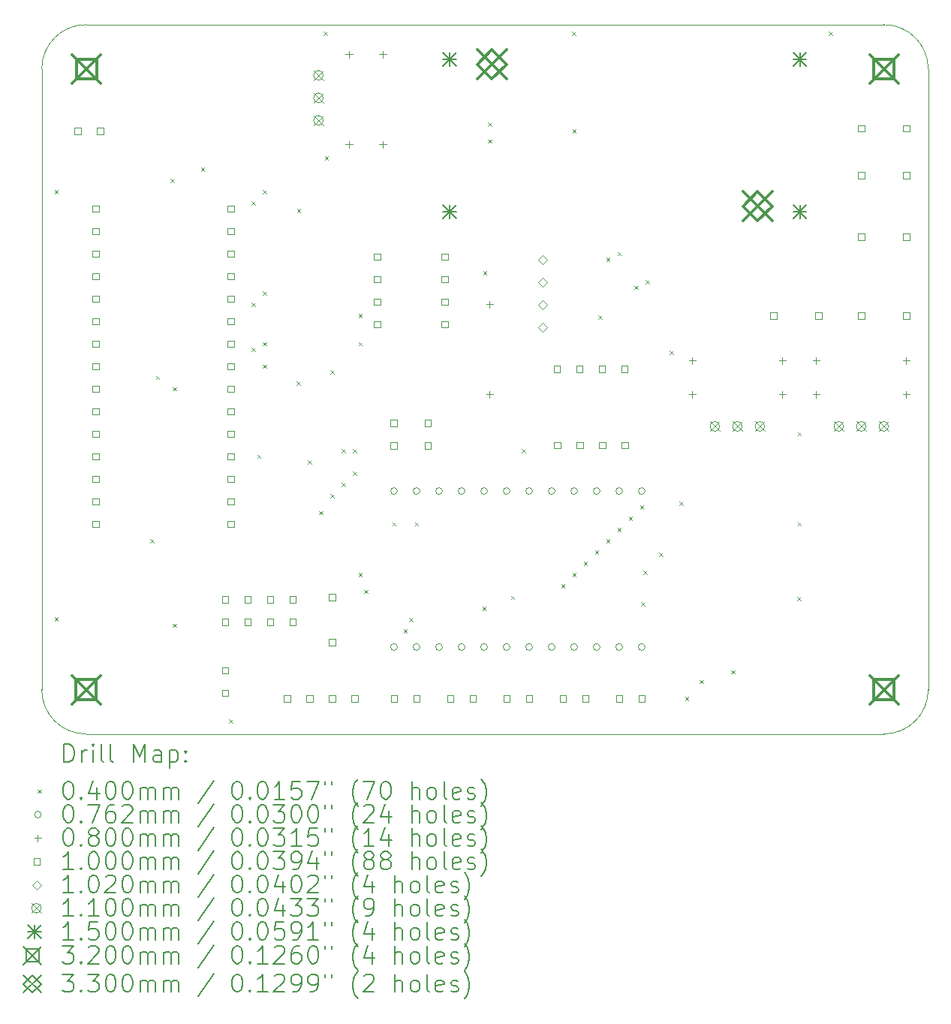
<source format=gbr>
%FSLAX45Y45*%
G04 Gerber Fmt 4.5, Leading zero omitted, Abs format (unit mm)*
G04 Created by KiCad (PCBNEW (6.0.0-rc1-57-gf03efa1cba)) date 2022-06-21 22:52:23*
%MOMM*%
%LPD*%
G01*
G04 APERTURE LIST*
%TA.AperFunction,Profile*%
%ADD10C,0.100000*%
%TD*%
%ADD11C,0.200000*%
%ADD12C,0.040000*%
%ADD13C,0.076200*%
%ADD14C,0.080000*%
%ADD15C,0.100000*%
%ADD16C,0.102000*%
%ADD17C,0.110000*%
%ADD18C,0.150000*%
%ADD19C,0.320000*%
%ADD20C,0.330000*%
G04 APERTURE END LIST*
D10*
X22100000Y-13100000D02*
X13100000Y-13100000D01*
X22100000Y-13100000D02*
G75*
G03*
X22600000Y-12600000I0J500000D01*
G01*
X12600000Y-5600000D02*
X12600000Y-12600000D01*
X13100000Y-5100000D02*
G75*
G03*
X12600000Y-5600000I0J-500000D01*
G01*
X22100000Y-5100000D02*
X13100000Y-5100000D01*
X22600000Y-5600000D02*
G75*
G03*
X22100000Y-5100000I-500000J0D01*
G01*
X12600000Y-12600000D02*
G75*
G03*
X13100000Y-13100000I500000J0D01*
G01*
X22600000Y-5600000D02*
X22600000Y-12600000D01*
D11*
D12*
X12743500Y-6965000D02*
X12783500Y-7005000D01*
X12783500Y-6965000D02*
X12743500Y-7005000D01*
X12743500Y-11780000D02*
X12783500Y-11820000D01*
X12783500Y-11780000D02*
X12743500Y-11820000D01*
X13823000Y-10902000D02*
X13863000Y-10942000D01*
X13863000Y-10902000D02*
X13823000Y-10942000D01*
X13886500Y-9060500D02*
X13926500Y-9100500D01*
X13926500Y-9060500D02*
X13886500Y-9100500D01*
X14051600Y-6838000D02*
X14091600Y-6878000D01*
X14091600Y-6838000D02*
X14051600Y-6878000D01*
X14077000Y-9187500D02*
X14117000Y-9227500D01*
X14117000Y-9187500D02*
X14077000Y-9227500D01*
X14077000Y-11854500D02*
X14117000Y-11894500D01*
X14117000Y-11854500D02*
X14077000Y-11894500D01*
X14394500Y-6711000D02*
X14434500Y-6751000D01*
X14434500Y-6711000D02*
X14394500Y-6751000D01*
X14712000Y-12934000D02*
X14752000Y-12974000D01*
X14752000Y-12934000D02*
X14712000Y-12974000D01*
X14966000Y-7092000D02*
X15006000Y-7132000D01*
X15006000Y-7092000D02*
X14966000Y-7132000D01*
X14966000Y-8235000D02*
X15006000Y-8275000D01*
X15006000Y-8235000D02*
X14966000Y-8275000D01*
X14966000Y-8743000D02*
X15006000Y-8783000D01*
X15006000Y-8743000D02*
X14966000Y-8783000D01*
X15029500Y-9949500D02*
X15069500Y-9989500D01*
X15069500Y-9949500D02*
X15029500Y-9989500D01*
X15093000Y-6965000D02*
X15133000Y-7005000D01*
X15133000Y-6965000D02*
X15093000Y-7005000D01*
X15093000Y-8108000D02*
X15133000Y-8148000D01*
X15133000Y-8108000D02*
X15093000Y-8148000D01*
X15093000Y-8679500D02*
X15133000Y-8719500D01*
X15133000Y-8679500D02*
X15093000Y-8719500D01*
X15093000Y-8933500D02*
X15133000Y-8973500D01*
X15133000Y-8933500D02*
X15093000Y-8973500D01*
X15474000Y-9124000D02*
X15514000Y-9164000D01*
X15514000Y-9124000D02*
X15474000Y-9164000D01*
X15480000Y-7180000D02*
X15520000Y-7220000D01*
X15520000Y-7180000D02*
X15480000Y-7220000D01*
X15601000Y-10013000D02*
X15641000Y-10053000D01*
X15641000Y-10013000D02*
X15601000Y-10053000D01*
X15728000Y-10584500D02*
X15768000Y-10624500D01*
X15768000Y-10584500D02*
X15728000Y-10624500D01*
X15780000Y-5180000D02*
X15820000Y-5220000D01*
X15820000Y-5180000D02*
X15780000Y-5220000D01*
X15791500Y-6584000D02*
X15831500Y-6624000D01*
X15831500Y-6584000D02*
X15791500Y-6624000D01*
X15855000Y-8997000D02*
X15895000Y-9037000D01*
X15895000Y-8997000D02*
X15855000Y-9037000D01*
X15855000Y-10394000D02*
X15895000Y-10434000D01*
X15895000Y-10394000D02*
X15855000Y-10434000D01*
X15982000Y-9886000D02*
X16022000Y-9926000D01*
X16022000Y-9886000D02*
X15982000Y-9926000D01*
X15982000Y-10267000D02*
X16022000Y-10307000D01*
X16022000Y-10267000D02*
X15982000Y-10307000D01*
X16109000Y-9886000D02*
X16149000Y-9926000D01*
X16149000Y-9886000D02*
X16109000Y-9926000D01*
X16109000Y-10140000D02*
X16149000Y-10180000D01*
X16149000Y-10140000D02*
X16109000Y-10180000D01*
X16172500Y-8362000D02*
X16212500Y-8402000D01*
X16212500Y-8362000D02*
X16172500Y-8402000D01*
X16172500Y-8679500D02*
X16212500Y-8719500D01*
X16212500Y-8679500D02*
X16172500Y-8719500D01*
X16172500Y-11283000D02*
X16212500Y-11323000D01*
X16212500Y-11283000D02*
X16172500Y-11323000D01*
X16236000Y-11473500D02*
X16276000Y-11513500D01*
X16276000Y-11473500D02*
X16236000Y-11513500D01*
X16553500Y-10711500D02*
X16593500Y-10751500D01*
X16593500Y-10711500D02*
X16553500Y-10751500D01*
X16680500Y-11918000D02*
X16720500Y-11958000D01*
X16720500Y-11918000D02*
X16680500Y-11958000D01*
X16744000Y-11791000D02*
X16784000Y-11831000D01*
X16784000Y-11791000D02*
X16744000Y-11831000D01*
X16807500Y-10711500D02*
X16847500Y-10751500D01*
X16847500Y-10711500D02*
X16807500Y-10751500D01*
X17569500Y-11664000D02*
X17609500Y-11704000D01*
X17609500Y-11664000D02*
X17569500Y-11704000D01*
X17580000Y-7880000D02*
X17620000Y-7920000D01*
X17620000Y-7880000D02*
X17580000Y-7920000D01*
X17633000Y-6203000D02*
X17673000Y-6243000D01*
X17673000Y-6203000D02*
X17633000Y-6243000D01*
X17633000Y-6393500D02*
X17673000Y-6433500D01*
X17673000Y-6393500D02*
X17633000Y-6433500D01*
X17891500Y-11541500D02*
X17931500Y-11581500D01*
X17931500Y-11541500D02*
X17891500Y-11581500D01*
X18014000Y-9886000D02*
X18054000Y-9926000D01*
X18054000Y-9886000D02*
X18014000Y-9926000D01*
X18458500Y-11410000D02*
X18498500Y-11450000D01*
X18498500Y-11410000D02*
X18458500Y-11450000D01*
X18580000Y-5180000D02*
X18620000Y-5220000D01*
X18620000Y-5180000D02*
X18580000Y-5220000D01*
X18585500Y-6280000D02*
X18625500Y-6320000D01*
X18625500Y-6280000D02*
X18585500Y-6320000D01*
X18585500Y-11283000D02*
X18625500Y-11323000D01*
X18625500Y-11283000D02*
X18585500Y-11323000D01*
X18712500Y-11156000D02*
X18752500Y-11196000D01*
X18752500Y-11156000D02*
X18712500Y-11196000D01*
X18839500Y-11029000D02*
X18879500Y-11069000D01*
X18879500Y-11029000D02*
X18839500Y-11069000D01*
X18880000Y-8380000D02*
X18920000Y-8420000D01*
X18920000Y-8380000D02*
X18880000Y-8420000D01*
X18966500Y-7727000D02*
X19006500Y-7767000D01*
X19006500Y-7727000D02*
X18966500Y-7767000D01*
X18966500Y-10902000D02*
X19006500Y-10942000D01*
X19006500Y-10902000D02*
X18966500Y-10942000D01*
X19093500Y-7663500D02*
X19133500Y-7703500D01*
X19133500Y-7663500D02*
X19093500Y-7703500D01*
X19093500Y-10775000D02*
X19133500Y-10815000D01*
X19133500Y-10775000D02*
X19093500Y-10815000D01*
X19220500Y-10648000D02*
X19260500Y-10688000D01*
X19260500Y-10648000D02*
X19220500Y-10688000D01*
X19284000Y-8044500D02*
X19324000Y-8084500D01*
X19324000Y-8044500D02*
X19284000Y-8084500D01*
X19347500Y-10521000D02*
X19387500Y-10561000D01*
X19387500Y-10521000D02*
X19347500Y-10561000D01*
X19360200Y-11613200D02*
X19400200Y-11653200D01*
X19400200Y-11613200D02*
X19360200Y-11653200D01*
X19385600Y-11257600D02*
X19425600Y-11297600D01*
X19425600Y-11257600D02*
X19385600Y-11297600D01*
X19411000Y-7981000D02*
X19451000Y-8021000D01*
X19451000Y-7981000D02*
X19411000Y-8021000D01*
X19563400Y-11054400D02*
X19603400Y-11094400D01*
X19603400Y-11054400D02*
X19563400Y-11094400D01*
X19680000Y-8780000D02*
X19720000Y-8820000D01*
X19720000Y-8780000D02*
X19680000Y-8820000D01*
X19792000Y-10480000D02*
X19832000Y-10520000D01*
X19832000Y-10480000D02*
X19792000Y-10520000D01*
X19855500Y-12680000D02*
X19895500Y-12720000D01*
X19895500Y-12680000D02*
X19855500Y-12720000D01*
X20020600Y-12489500D02*
X20060600Y-12529500D01*
X20060600Y-12489500D02*
X20020600Y-12529500D01*
X20380000Y-12380000D02*
X20420000Y-12420000D01*
X20420000Y-12380000D02*
X20380000Y-12420000D01*
X21122960Y-11557320D02*
X21162960Y-11597320D01*
X21162960Y-11557320D02*
X21122960Y-11597320D01*
X21125500Y-9695500D02*
X21165500Y-9735500D01*
X21165500Y-9695500D02*
X21125500Y-9735500D01*
X21125500Y-10711500D02*
X21165500Y-10751500D01*
X21165500Y-10711500D02*
X21125500Y-10751500D01*
X21480000Y-5180000D02*
X21520000Y-5220000D01*
X21520000Y-5180000D02*
X21480000Y-5220000D01*
D13*
X16611600Y-10359500D02*
G75*
G03*
X16611600Y-10359500I-38100J0D01*
G01*
X16611600Y-12119500D02*
G75*
G03*
X16611600Y-12119500I-38100J0D01*
G01*
X16865600Y-10359500D02*
G75*
G03*
X16865600Y-10359500I-38100J0D01*
G01*
X16865600Y-12119500D02*
G75*
G03*
X16865600Y-12119500I-38100J0D01*
G01*
X17119600Y-10359500D02*
G75*
G03*
X17119600Y-10359500I-38100J0D01*
G01*
X17119600Y-12119500D02*
G75*
G03*
X17119600Y-12119500I-38100J0D01*
G01*
X17373600Y-10359500D02*
G75*
G03*
X17373600Y-10359500I-38100J0D01*
G01*
X17373600Y-12119500D02*
G75*
G03*
X17373600Y-12119500I-38100J0D01*
G01*
X17627600Y-10359500D02*
G75*
G03*
X17627600Y-10359500I-38100J0D01*
G01*
X17627600Y-12119500D02*
G75*
G03*
X17627600Y-12119500I-38100J0D01*
G01*
X17881600Y-10359500D02*
G75*
G03*
X17881600Y-10359500I-38100J0D01*
G01*
X17881600Y-12119500D02*
G75*
G03*
X17881600Y-12119500I-38100J0D01*
G01*
X18135600Y-10359500D02*
G75*
G03*
X18135600Y-10359500I-38100J0D01*
G01*
X18135600Y-12119500D02*
G75*
G03*
X18135600Y-12119500I-38100J0D01*
G01*
X18389600Y-10359500D02*
G75*
G03*
X18389600Y-10359500I-38100J0D01*
G01*
X18389600Y-12119500D02*
G75*
G03*
X18389600Y-12119500I-38100J0D01*
G01*
X18643600Y-10359500D02*
G75*
G03*
X18643600Y-10359500I-38100J0D01*
G01*
X18643600Y-12119500D02*
G75*
G03*
X18643600Y-12119500I-38100J0D01*
G01*
X18897600Y-10359500D02*
G75*
G03*
X18897600Y-10359500I-38100J0D01*
G01*
X18897600Y-12119500D02*
G75*
G03*
X18897600Y-12119500I-38100J0D01*
G01*
X19151600Y-10359500D02*
G75*
G03*
X19151600Y-10359500I-38100J0D01*
G01*
X19151600Y-12119500D02*
G75*
G03*
X19151600Y-12119500I-38100J0D01*
G01*
X19405600Y-10359500D02*
G75*
G03*
X19405600Y-10359500I-38100J0D01*
G01*
X19405600Y-12119500D02*
G75*
G03*
X19405600Y-12119500I-38100J0D01*
G01*
D14*
X16065500Y-5395600D02*
X16065500Y-5475600D01*
X16025500Y-5435600D02*
X16105500Y-5435600D01*
X16065500Y-6411600D02*
X16065500Y-6491600D01*
X16025500Y-6451600D02*
X16105500Y-6451600D01*
X16446500Y-5395600D02*
X16446500Y-5475600D01*
X16406500Y-5435600D02*
X16486500Y-5435600D01*
X16446500Y-6411600D02*
X16446500Y-6491600D01*
X16406500Y-6451600D02*
X16486500Y-6451600D01*
X17653000Y-8215000D02*
X17653000Y-8295000D01*
X17613000Y-8255000D02*
X17693000Y-8255000D01*
X17653000Y-9231000D02*
X17653000Y-9311000D01*
X17613000Y-9271000D02*
X17693000Y-9271000D01*
X19939000Y-8850000D02*
X19939000Y-8930000D01*
X19899000Y-8890000D02*
X19979000Y-8890000D01*
X19939000Y-9231000D02*
X19939000Y-9311000D01*
X19899000Y-9271000D02*
X19979000Y-9271000D01*
X20955000Y-8850000D02*
X20955000Y-8930000D01*
X20915000Y-8890000D02*
X20995000Y-8890000D01*
X20955000Y-9231000D02*
X20955000Y-9311000D01*
X20915000Y-9271000D02*
X20995000Y-9271000D01*
X21336000Y-8850000D02*
X21336000Y-8930000D01*
X21296000Y-8890000D02*
X21376000Y-8890000D01*
X21336000Y-9231000D02*
X21336000Y-9311000D01*
X21296000Y-9271000D02*
X21376000Y-9271000D01*
X22352000Y-8850000D02*
X22352000Y-8930000D01*
X22312000Y-8890000D02*
X22392000Y-8890000D01*
X22352000Y-9231000D02*
X22352000Y-9311000D01*
X22312000Y-9271000D02*
X22392000Y-9271000D01*
D15*
X13040156Y-6334556D02*
X13040156Y-6263844D01*
X12969444Y-6263844D01*
X12969444Y-6334556D01*
X13040156Y-6334556D01*
X13243356Y-7210856D02*
X13243356Y-7140144D01*
X13172644Y-7140144D01*
X13172644Y-7210856D01*
X13243356Y-7210856D01*
X13243356Y-7464856D02*
X13243356Y-7394144D01*
X13172644Y-7394144D01*
X13172644Y-7464856D01*
X13243356Y-7464856D01*
X13243356Y-7718856D02*
X13243356Y-7648144D01*
X13172644Y-7648144D01*
X13172644Y-7718856D01*
X13243356Y-7718856D01*
X13243356Y-7972856D02*
X13243356Y-7902144D01*
X13172644Y-7902144D01*
X13172644Y-7972856D01*
X13243356Y-7972856D01*
X13243356Y-8226856D02*
X13243356Y-8156144D01*
X13172644Y-8156144D01*
X13172644Y-8226856D01*
X13243356Y-8226856D01*
X13243356Y-8480856D02*
X13243356Y-8410144D01*
X13172644Y-8410144D01*
X13172644Y-8480856D01*
X13243356Y-8480856D01*
X13243356Y-8734856D02*
X13243356Y-8664144D01*
X13172644Y-8664144D01*
X13172644Y-8734856D01*
X13243356Y-8734856D01*
X13243356Y-8988856D02*
X13243356Y-8918144D01*
X13172644Y-8918144D01*
X13172644Y-8988856D01*
X13243356Y-8988856D01*
X13243356Y-9242856D02*
X13243356Y-9172144D01*
X13172644Y-9172144D01*
X13172644Y-9242856D01*
X13243356Y-9242856D01*
X13243356Y-9496856D02*
X13243356Y-9426144D01*
X13172644Y-9426144D01*
X13172644Y-9496856D01*
X13243356Y-9496856D01*
X13243356Y-9750856D02*
X13243356Y-9680144D01*
X13172644Y-9680144D01*
X13172644Y-9750856D01*
X13243356Y-9750856D01*
X13243356Y-10004856D02*
X13243356Y-9934144D01*
X13172644Y-9934144D01*
X13172644Y-10004856D01*
X13243356Y-10004856D01*
X13243356Y-10258856D02*
X13243356Y-10188144D01*
X13172644Y-10188144D01*
X13172644Y-10258856D01*
X13243356Y-10258856D01*
X13243356Y-10512856D02*
X13243356Y-10442144D01*
X13172644Y-10442144D01*
X13172644Y-10512856D01*
X13243356Y-10512856D01*
X13243356Y-10766856D02*
X13243356Y-10696144D01*
X13172644Y-10696144D01*
X13172644Y-10766856D01*
X13243356Y-10766856D01*
X13294156Y-6334556D02*
X13294156Y-6263844D01*
X13223444Y-6263844D01*
X13223444Y-6334556D01*
X13294156Y-6334556D01*
X14703856Y-11618256D02*
X14703856Y-11547544D01*
X14633144Y-11547544D01*
X14633144Y-11618256D01*
X14703856Y-11618256D01*
X14703856Y-11872256D02*
X14703856Y-11801544D01*
X14633144Y-11801544D01*
X14633144Y-11872256D01*
X14703856Y-11872256D01*
X14703856Y-12417356D02*
X14703856Y-12346644D01*
X14633144Y-12346644D01*
X14633144Y-12417356D01*
X14703856Y-12417356D01*
X14703856Y-12671356D02*
X14703856Y-12600644D01*
X14633144Y-12600644D01*
X14633144Y-12671356D01*
X14703856Y-12671356D01*
X14767356Y-7210856D02*
X14767356Y-7140144D01*
X14696644Y-7140144D01*
X14696644Y-7210856D01*
X14767356Y-7210856D01*
X14767356Y-7464856D02*
X14767356Y-7394144D01*
X14696644Y-7394144D01*
X14696644Y-7464856D01*
X14767356Y-7464856D01*
X14767356Y-7718856D02*
X14767356Y-7648144D01*
X14696644Y-7648144D01*
X14696644Y-7718856D01*
X14767356Y-7718856D01*
X14767356Y-7972856D02*
X14767356Y-7902144D01*
X14696644Y-7902144D01*
X14696644Y-7972856D01*
X14767356Y-7972856D01*
X14767356Y-8226856D02*
X14767356Y-8156144D01*
X14696644Y-8156144D01*
X14696644Y-8226856D01*
X14767356Y-8226856D01*
X14767356Y-8480856D02*
X14767356Y-8410144D01*
X14696644Y-8410144D01*
X14696644Y-8480856D01*
X14767356Y-8480856D01*
X14767356Y-8734856D02*
X14767356Y-8664144D01*
X14696644Y-8664144D01*
X14696644Y-8734856D01*
X14767356Y-8734856D01*
X14767356Y-8988856D02*
X14767356Y-8918144D01*
X14696644Y-8918144D01*
X14696644Y-8988856D01*
X14767356Y-8988856D01*
X14767356Y-9242856D02*
X14767356Y-9172144D01*
X14696644Y-9172144D01*
X14696644Y-9242856D01*
X14767356Y-9242856D01*
X14767356Y-9496856D02*
X14767356Y-9426144D01*
X14696644Y-9426144D01*
X14696644Y-9496856D01*
X14767356Y-9496856D01*
X14767356Y-9750856D02*
X14767356Y-9680144D01*
X14696644Y-9680144D01*
X14696644Y-9750856D01*
X14767356Y-9750856D01*
X14767356Y-10004856D02*
X14767356Y-9934144D01*
X14696644Y-9934144D01*
X14696644Y-10004856D01*
X14767356Y-10004856D01*
X14767356Y-10258856D02*
X14767356Y-10188144D01*
X14696644Y-10188144D01*
X14696644Y-10258856D01*
X14767356Y-10258856D01*
X14767356Y-10512856D02*
X14767356Y-10442144D01*
X14696644Y-10442144D01*
X14696644Y-10512856D01*
X14767356Y-10512856D01*
X14767356Y-10766856D02*
X14767356Y-10696144D01*
X14696644Y-10696144D01*
X14696644Y-10766856D01*
X14767356Y-10766856D01*
X14957856Y-11618256D02*
X14957856Y-11547544D01*
X14887144Y-11547544D01*
X14887144Y-11618256D01*
X14957856Y-11618256D01*
X14957856Y-11872256D02*
X14957856Y-11801544D01*
X14887144Y-11801544D01*
X14887144Y-11872256D01*
X14957856Y-11872256D01*
X15211856Y-11618256D02*
X15211856Y-11547544D01*
X15141144Y-11547544D01*
X15141144Y-11618256D01*
X15211856Y-11618256D01*
X15211856Y-11872256D02*
X15211856Y-11801544D01*
X15141144Y-11801544D01*
X15141144Y-11872256D01*
X15211856Y-11872256D01*
X15402356Y-12735356D02*
X15402356Y-12664644D01*
X15331644Y-12664644D01*
X15331644Y-12735356D01*
X15402356Y-12735356D01*
X15465856Y-11618256D02*
X15465856Y-11547544D01*
X15395144Y-11547544D01*
X15395144Y-11618256D01*
X15465856Y-11618256D01*
X15465856Y-11872256D02*
X15465856Y-11801544D01*
X15395144Y-11801544D01*
X15395144Y-11872256D01*
X15465856Y-11872256D01*
X15656356Y-12735356D02*
X15656356Y-12664644D01*
X15585644Y-12664644D01*
X15585644Y-12735356D01*
X15656356Y-12735356D01*
X15910356Y-11592356D02*
X15910356Y-11521644D01*
X15839644Y-11521644D01*
X15839644Y-11592356D01*
X15910356Y-11592356D01*
X15910356Y-12100356D02*
X15910356Y-12029644D01*
X15839644Y-12029644D01*
X15839644Y-12100356D01*
X15910356Y-12100356D01*
X15910356Y-12735356D02*
X15910356Y-12664644D01*
X15839644Y-12664644D01*
X15839644Y-12735356D01*
X15910356Y-12735356D01*
X16164356Y-12735356D02*
X16164356Y-12664644D01*
X16093644Y-12664644D01*
X16093644Y-12735356D01*
X16164356Y-12735356D01*
X16418356Y-7750606D02*
X16418356Y-7679894D01*
X16347644Y-7679894D01*
X16347644Y-7750606D01*
X16418356Y-7750606D01*
X16418356Y-8004606D02*
X16418356Y-7933894D01*
X16347644Y-7933894D01*
X16347644Y-8004606D01*
X16418356Y-8004606D01*
X16418356Y-8258606D02*
X16418356Y-8187894D01*
X16347644Y-8187894D01*
X16347644Y-8258606D01*
X16418356Y-8258606D01*
X16418356Y-8512606D02*
X16418356Y-8441894D01*
X16347644Y-8441894D01*
X16347644Y-8512606D01*
X16418356Y-8512606D01*
X16606856Y-9629856D02*
X16606856Y-9559144D01*
X16536144Y-9559144D01*
X16536144Y-9629856D01*
X16606856Y-9629856D01*
X16606856Y-9883856D02*
X16606856Y-9813144D01*
X16536144Y-9813144D01*
X16536144Y-9883856D01*
X16606856Y-9883856D01*
X16608856Y-12735356D02*
X16608856Y-12664644D01*
X16538144Y-12664644D01*
X16538144Y-12735356D01*
X16608856Y-12735356D01*
X16862856Y-12735356D02*
X16862856Y-12664644D01*
X16792144Y-12664644D01*
X16792144Y-12735356D01*
X16862856Y-12735356D01*
X16989856Y-9628936D02*
X16989856Y-9558224D01*
X16919144Y-9558224D01*
X16919144Y-9628936D01*
X16989856Y-9628936D01*
X16989856Y-9882936D02*
X16989856Y-9812224D01*
X16919144Y-9812224D01*
X16919144Y-9882936D01*
X16989856Y-9882936D01*
X17180356Y-7750606D02*
X17180356Y-7679894D01*
X17109644Y-7679894D01*
X17109644Y-7750606D01*
X17180356Y-7750606D01*
X17180356Y-8004606D02*
X17180356Y-7933894D01*
X17109644Y-7933894D01*
X17109644Y-8004606D01*
X17180356Y-8004606D01*
X17180356Y-8258606D02*
X17180356Y-8187894D01*
X17109644Y-8187894D01*
X17109644Y-8258606D01*
X17180356Y-8258606D01*
X17180356Y-8512606D02*
X17180356Y-8441894D01*
X17109644Y-8441894D01*
X17109644Y-8512606D01*
X17180356Y-8512606D01*
X17243356Y-12735356D02*
X17243356Y-12664644D01*
X17172644Y-12664644D01*
X17172644Y-12735356D01*
X17243356Y-12735356D01*
X17497356Y-12735356D02*
X17497356Y-12664644D01*
X17426644Y-12664644D01*
X17426644Y-12735356D01*
X17497356Y-12735356D01*
X17878356Y-12735356D02*
X17878356Y-12664644D01*
X17807644Y-12664644D01*
X17807644Y-12735356D01*
X17878356Y-12735356D01*
X18132356Y-12735356D02*
X18132356Y-12664644D01*
X18061644Y-12664644D01*
X18061644Y-12735356D01*
X18132356Y-12735356D01*
X18449356Y-9020106D02*
X18449356Y-8949394D01*
X18378644Y-8949394D01*
X18378644Y-9020106D01*
X18449356Y-9020106D01*
X18451356Y-9877856D02*
X18451356Y-9807144D01*
X18380644Y-9807144D01*
X18380644Y-9877856D01*
X18451356Y-9877856D01*
X18513856Y-12735356D02*
X18513856Y-12664644D01*
X18443144Y-12664644D01*
X18443144Y-12735356D01*
X18513856Y-12735356D01*
X18703356Y-9020106D02*
X18703356Y-8949394D01*
X18632644Y-8949394D01*
X18632644Y-9020106D01*
X18703356Y-9020106D01*
X18705356Y-9877856D02*
X18705356Y-9807144D01*
X18634644Y-9807144D01*
X18634644Y-9877856D01*
X18705356Y-9877856D01*
X18767856Y-12735356D02*
X18767856Y-12664644D01*
X18697144Y-12664644D01*
X18697144Y-12735356D01*
X18767856Y-12735356D01*
X18957356Y-9020106D02*
X18957356Y-8949394D01*
X18886644Y-8949394D01*
X18886644Y-9020106D01*
X18957356Y-9020106D01*
X18959356Y-9877856D02*
X18959356Y-9807144D01*
X18888644Y-9807144D01*
X18888644Y-9877856D01*
X18959356Y-9877856D01*
X19148356Y-12735356D02*
X19148356Y-12664644D01*
X19077644Y-12664644D01*
X19077644Y-12735356D01*
X19148356Y-12735356D01*
X19211356Y-9020106D02*
X19211356Y-8949394D01*
X19140644Y-8949394D01*
X19140644Y-9020106D01*
X19211356Y-9020106D01*
X19213356Y-9877856D02*
X19213356Y-9807144D01*
X19142644Y-9807144D01*
X19142644Y-9877856D01*
X19213356Y-9877856D01*
X19402356Y-12735356D02*
X19402356Y-12664644D01*
X19331644Y-12664644D01*
X19331644Y-12735356D01*
X19402356Y-12735356D01*
X20888756Y-8417356D02*
X20888756Y-8346644D01*
X20818044Y-8346644D01*
X20818044Y-8417356D01*
X20888756Y-8417356D01*
X21396756Y-8417356D02*
X21396756Y-8346644D01*
X21326044Y-8346644D01*
X21326044Y-8417356D01*
X21396756Y-8417356D01*
X21879356Y-6304356D02*
X21879356Y-6233644D01*
X21808644Y-6233644D01*
X21808644Y-6304356D01*
X21879356Y-6304356D01*
X21879356Y-6835356D02*
X21879356Y-6764644D01*
X21808644Y-6764644D01*
X21808644Y-6835356D01*
X21879356Y-6835356D01*
X21879356Y-7528356D02*
X21879356Y-7457644D01*
X21808644Y-7457644D01*
X21808644Y-7528356D01*
X21879356Y-7528356D01*
X21881356Y-8417356D02*
X21881356Y-8346644D01*
X21810644Y-8346644D01*
X21810644Y-8417356D01*
X21881356Y-8417356D01*
X22387356Y-6304356D02*
X22387356Y-6233644D01*
X22316644Y-6233644D01*
X22316644Y-6304356D01*
X22387356Y-6304356D01*
X22387356Y-6835356D02*
X22387356Y-6764644D01*
X22316644Y-6764644D01*
X22316644Y-6835356D01*
X22387356Y-6835356D01*
X22387356Y-7528356D02*
X22387356Y-7457644D01*
X22316644Y-7457644D01*
X22316644Y-7528356D01*
X22387356Y-7528356D01*
X22389356Y-8417356D02*
X22389356Y-8346644D01*
X22318644Y-8346644D01*
X22318644Y-8417356D01*
X22389356Y-8417356D01*
D16*
X18254500Y-7799000D02*
X18305500Y-7748000D01*
X18254500Y-7697000D01*
X18203500Y-7748000D01*
X18254500Y-7799000D01*
X18254500Y-8053000D02*
X18305500Y-8002000D01*
X18254500Y-7951000D01*
X18203500Y-8002000D01*
X18254500Y-8053000D01*
X18254500Y-8307000D02*
X18305500Y-8256000D01*
X18254500Y-8205000D01*
X18203500Y-8256000D01*
X18254500Y-8307000D01*
X18254500Y-8561000D02*
X18305500Y-8510000D01*
X18254500Y-8459000D01*
X18203500Y-8510000D01*
X18254500Y-8561000D01*
D17*
X15666000Y-5616820D02*
X15776000Y-5726820D01*
X15776000Y-5616820D02*
X15666000Y-5726820D01*
X15776000Y-5671820D02*
G75*
G03*
X15776000Y-5671820I-55000J0D01*
G01*
X15666000Y-5870820D02*
X15776000Y-5980820D01*
X15776000Y-5870820D02*
X15666000Y-5980820D01*
X15776000Y-5925820D02*
G75*
G03*
X15776000Y-5925820I-55000J0D01*
G01*
X15666000Y-6124820D02*
X15776000Y-6234820D01*
X15776000Y-6124820D02*
X15666000Y-6234820D01*
X15776000Y-6179820D02*
G75*
G03*
X15776000Y-6179820I-55000J0D01*
G01*
X20138000Y-9575700D02*
X20248000Y-9685700D01*
X20248000Y-9575700D02*
X20138000Y-9685700D01*
X20248000Y-9630700D02*
G75*
G03*
X20248000Y-9630700I-55000J0D01*
G01*
X20392000Y-9575700D02*
X20502000Y-9685700D01*
X20502000Y-9575700D02*
X20392000Y-9685700D01*
X20502000Y-9630700D02*
G75*
G03*
X20502000Y-9630700I-55000J0D01*
G01*
X20646000Y-9575700D02*
X20756000Y-9685700D01*
X20756000Y-9575700D02*
X20646000Y-9685700D01*
X20756000Y-9630700D02*
G75*
G03*
X20756000Y-9630700I-55000J0D01*
G01*
X21535000Y-9575700D02*
X21645000Y-9685700D01*
X21645000Y-9575700D02*
X21535000Y-9685700D01*
X21645000Y-9630700D02*
G75*
G03*
X21645000Y-9630700I-55000J0D01*
G01*
X21789000Y-9575700D02*
X21899000Y-9685700D01*
X21899000Y-9575700D02*
X21789000Y-9685700D01*
X21899000Y-9630700D02*
G75*
G03*
X21899000Y-9630700I-55000J0D01*
G01*
X22043000Y-9575700D02*
X22153000Y-9685700D01*
X22153000Y-9575700D02*
X22043000Y-9685700D01*
X22153000Y-9630700D02*
G75*
G03*
X22153000Y-9630700I-55000J0D01*
G01*
D18*
X17127150Y-5417750D02*
X17277150Y-5567750D01*
X17277150Y-5417750D02*
X17127150Y-5567750D01*
X17202150Y-5417750D02*
X17202150Y-5567750D01*
X17127150Y-5492750D02*
X17277150Y-5492750D01*
X17127150Y-7132250D02*
X17277150Y-7282250D01*
X17277150Y-7132250D02*
X17127150Y-7282250D01*
X17202150Y-7132250D02*
X17202150Y-7282250D01*
X17127150Y-7207250D02*
X17277150Y-7207250D01*
X21076850Y-5417750D02*
X21226850Y-5567750D01*
X21226850Y-5417750D02*
X21076850Y-5567750D01*
X21151850Y-5417750D02*
X21151850Y-5567750D01*
X21076850Y-5492750D02*
X21226850Y-5492750D01*
X21076850Y-7132250D02*
X21226850Y-7282250D01*
X21226850Y-7132250D02*
X21076850Y-7282250D01*
X21151850Y-7132250D02*
X21151850Y-7282250D01*
X21076850Y-7207250D02*
X21226850Y-7207250D01*
D19*
X12940000Y-12440000D02*
X13260000Y-12760000D01*
X13260000Y-12440000D02*
X12940000Y-12760000D01*
X13213138Y-12713138D02*
X13213138Y-12486862D01*
X12986862Y-12486862D01*
X12986862Y-12713138D01*
X13213138Y-12713138D01*
X12946400Y-5440000D02*
X13266400Y-5760000D01*
X13266400Y-5440000D02*
X12946400Y-5760000D01*
X13219538Y-5713138D02*
X13219538Y-5486862D01*
X12993262Y-5486862D01*
X12993262Y-5713138D01*
X13219538Y-5713138D01*
X21940000Y-5440000D02*
X22260000Y-5760000D01*
X22260000Y-5440000D02*
X21940000Y-5760000D01*
X22213138Y-5713138D02*
X22213138Y-5486862D01*
X21986862Y-5486862D01*
X21986862Y-5713138D01*
X22213138Y-5713138D01*
X21940000Y-12440000D02*
X22260000Y-12760000D01*
X22260000Y-12440000D02*
X21940000Y-12760000D01*
X22213138Y-12713138D02*
X22213138Y-12486862D01*
X21986862Y-12486862D01*
X21986862Y-12713138D01*
X22213138Y-12713138D01*
D20*
X17513400Y-5384900D02*
X17843400Y-5714900D01*
X17843400Y-5384900D02*
X17513400Y-5714900D01*
X17678400Y-5714900D02*
X17843400Y-5549900D01*
X17678400Y-5384900D01*
X17513400Y-5549900D01*
X17678400Y-5714900D01*
X20510600Y-6985100D02*
X20840600Y-7315100D01*
X20840600Y-6985100D02*
X20510600Y-7315100D01*
X20675600Y-7315100D02*
X20840600Y-7150100D01*
X20675600Y-6985100D01*
X20510600Y-7150100D01*
X20675600Y-7315100D01*
D11*
X12852619Y-13415476D02*
X12852619Y-13215476D01*
X12900238Y-13215476D01*
X12928809Y-13225000D01*
X12947857Y-13244048D01*
X12957381Y-13263095D01*
X12966905Y-13301190D01*
X12966905Y-13329762D01*
X12957381Y-13367857D01*
X12947857Y-13386905D01*
X12928809Y-13405952D01*
X12900238Y-13415476D01*
X12852619Y-13415476D01*
X13052619Y-13415476D02*
X13052619Y-13282143D01*
X13052619Y-13320238D02*
X13062143Y-13301190D01*
X13071667Y-13291667D01*
X13090714Y-13282143D01*
X13109762Y-13282143D01*
X13176428Y-13415476D02*
X13176428Y-13282143D01*
X13176428Y-13215476D02*
X13166905Y-13225000D01*
X13176428Y-13234524D01*
X13185952Y-13225000D01*
X13176428Y-13215476D01*
X13176428Y-13234524D01*
X13300238Y-13415476D02*
X13281190Y-13405952D01*
X13271667Y-13386905D01*
X13271667Y-13215476D01*
X13405000Y-13415476D02*
X13385952Y-13405952D01*
X13376428Y-13386905D01*
X13376428Y-13215476D01*
X13633571Y-13415476D02*
X13633571Y-13215476D01*
X13700238Y-13358333D01*
X13766905Y-13215476D01*
X13766905Y-13415476D01*
X13947857Y-13415476D02*
X13947857Y-13310714D01*
X13938333Y-13291667D01*
X13919286Y-13282143D01*
X13881190Y-13282143D01*
X13862143Y-13291667D01*
X13947857Y-13405952D02*
X13928809Y-13415476D01*
X13881190Y-13415476D01*
X13862143Y-13405952D01*
X13852619Y-13386905D01*
X13852619Y-13367857D01*
X13862143Y-13348809D01*
X13881190Y-13339286D01*
X13928809Y-13339286D01*
X13947857Y-13329762D01*
X14043095Y-13282143D02*
X14043095Y-13482143D01*
X14043095Y-13291667D02*
X14062143Y-13282143D01*
X14100238Y-13282143D01*
X14119286Y-13291667D01*
X14128809Y-13301190D01*
X14138333Y-13320238D01*
X14138333Y-13377381D01*
X14128809Y-13396428D01*
X14119286Y-13405952D01*
X14100238Y-13415476D01*
X14062143Y-13415476D01*
X14043095Y-13405952D01*
X14224048Y-13396428D02*
X14233571Y-13405952D01*
X14224048Y-13415476D01*
X14214524Y-13405952D01*
X14224048Y-13396428D01*
X14224048Y-13415476D01*
X14224048Y-13291667D02*
X14233571Y-13301190D01*
X14224048Y-13310714D01*
X14214524Y-13301190D01*
X14224048Y-13291667D01*
X14224048Y-13310714D01*
D12*
X12555000Y-13725000D02*
X12595000Y-13765000D01*
X12595000Y-13725000D02*
X12555000Y-13765000D01*
D11*
X12890714Y-13635476D02*
X12909762Y-13635476D01*
X12928809Y-13645000D01*
X12938333Y-13654524D01*
X12947857Y-13673571D01*
X12957381Y-13711667D01*
X12957381Y-13759286D01*
X12947857Y-13797381D01*
X12938333Y-13816428D01*
X12928809Y-13825952D01*
X12909762Y-13835476D01*
X12890714Y-13835476D01*
X12871667Y-13825952D01*
X12862143Y-13816428D01*
X12852619Y-13797381D01*
X12843095Y-13759286D01*
X12843095Y-13711667D01*
X12852619Y-13673571D01*
X12862143Y-13654524D01*
X12871667Y-13645000D01*
X12890714Y-13635476D01*
X13043095Y-13816428D02*
X13052619Y-13825952D01*
X13043095Y-13835476D01*
X13033571Y-13825952D01*
X13043095Y-13816428D01*
X13043095Y-13835476D01*
X13224048Y-13702143D02*
X13224048Y-13835476D01*
X13176428Y-13625952D02*
X13128809Y-13768809D01*
X13252619Y-13768809D01*
X13366905Y-13635476D02*
X13385952Y-13635476D01*
X13405000Y-13645000D01*
X13414524Y-13654524D01*
X13424048Y-13673571D01*
X13433571Y-13711667D01*
X13433571Y-13759286D01*
X13424048Y-13797381D01*
X13414524Y-13816428D01*
X13405000Y-13825952D01*
X13385952Y-13835476D01*
X13366905Y-13835476D01*
X13347857Y-13825952D01*
X13338333Y-13816428D01*
X13328809Y-13797381D01*
X13319286Y-13759286D01*
X13319286Y-13711667D01*
X13328809Y-13673571D01*
X13338333Y-13654524D01*
X13347857Y-13645000D01*
X13366905Y-13635476D01*
X13557381Y-13635476D02*
X13576428Y-13635476D01*
X13595476Y-13645000D01*
X13605000Y-13654524D01*
X13614524Y-13673571D01*
X13624048Y-13711667D01*
X13624048Y-13759286D01*
X13614524Y-13797381D01*
X13605000Y-13816428D01*
X13595476Y-13825952D01*
X13576428Y-13835476D01*
X13557381Y-13835476D01*
X13538333Y-13825952D01*
X13528809Y-13816428D01*
X13519286Y-13797381D01*
X13509762Y-13759286D01*
X13509762Y-13711667D01*
X13519286Y-13673571D01*
X13528809Y-13654524D01*
X13538333Y-13645000D01*
X13557381Y-13635476D01*
X13709762Y-13835476D02*
X13709762Y-13702143D01*
X13709762Y-13721190D02*
X13719286Y-13711667D01*
X13738333Y-13702143D01*
X13766905Y-13702143D01*
X13785952Y-13711667D01*
X13795476Y-13730714D01*
X13795476Y-13835476D01*
X13795476Y-13730714D02*
X13805000Y-13711667D01*
X13824048Y-13702143D01*
X13852619Y-13702143D01*
X13871667Y-13711667D01*
X13881190Y-13730714D01*
X13881190Y-13835476D01*
X13976428Y-13835476D02*
X13976428Y-13702143D01*
X13976428Y-13721190D02*
X13985952Y-13711667D01*
X14005000Y-13702143D01*
X14033571Y-13702143D01*
X14052619Y-13711667D01*
X14062143Y-13730714D01*
X14062143Y-13835476D01*
X14062143Y-13730714D02*
X14071667Y-13711667D01*
X14090714Y-13702143D01*
X14119286Y-13702143D01*
X14138333Y-13711667D01*
X14147857Y-13730714D01*
X14147857Y-13835476D01*
X14538333Y-13625952D02*
X14366905Y-13883095D01*
X14795476Y-13635476D02*
X14814524Y-13635476D01*
X14833571Y-13645000D01*
X14843095Y-13654524D01*
X14852619Y-13673571D01*
X14862143Y-13711667D01*
X14862143Y-13759286D01*
X14852619Y-13797381D01*
X14843095Y-13816428D01*
X14833571Y-13825952D01*
X14814524Y-13835476D01*
X14795476Y-13835476D01*
X14776428Y-13825952D01*
X14766905Y-13816428D01*
X14757381Y-13797381D01*
X14747857Y-13759286D01*
X14747857Y-13711667D01*
X14757381Y-13673571D01*
X14766905Y-13654524D01*
X14776428Y-13645000D01*
X14795476Y-13635476D01*
X14947857Y-13816428D02*
X14957381Y-13825952D01*
X14947857Y-13835476D01*
X14938333Y-13825952D01*
X14947857Y-13816428D01*
X14947857Y-13835476D01*
X15081190Y-13635476D02*
X15100238Y-13635476D01*
X15119286Y-13645000D01*
X15128809Y-13654524D01*
X15138333Y-13673571D01*
X15147857Y-13711667D01*
X15147857Y-13759286D01*
X15138333Y-13797381D01*
X15128809Y-13816428D01*
X15119286Y-13825952D01*
X15100238Y-13835476D01*
X15081190Y-13835476D01*
X15062143Y-13825952D01*
X15052619Y-13816428D01*
X15043095Y-13797381D01*
X15033571Y-13759286D01*
X15033571Y-13711667D01*
X15043095Y-13673571D01*
X15052619Y-13654524D01*
X15062143Y-13645000D01*
X15081190Y-13635476D01*
X15338333Y-13835476D02*
X15224048Y-13835476D01*
X15281190Y-13835476D02*
X15281190Y-13635476D01*
X15262143Y-13664048D01*
X15243095Y-13683095D01*
X15224048Y-13692619D01*
X15519286Y-13635476D02*
X15424048Y-13635476D01*
X15414524Y-13730714D01*
X15424048Y-13721190D01*
X15443095Y-13711667D01*
X15490714Y-13711667D01*
X15509762Y-13721190D01*
X15519286Y-13730714D01*
X15528809Y-13749762D01*
X15528809Y-13797381D01*
X15519286Y-13816428D01*
X15509762Y-13825952D01*
X15490714Y-13835476D01*
X15443095Y-13835476D01*
X15424048Y-13825952D01*
X15414524Y-13816428D01*
X15595476Y-13635476D02*
X15728809Y-13635476D01*
X15643095Y-13835476D01*
X15795476Y-13635476D02*
X15795476Y-13673571D01*
X15871667Y-13635476D02*
X15871667Y-13673571D01*
X16166905Y-13911667D02*
X16157381Y-13902143D01*
X16138333Y-13873571D01*
X16128809Y-13854524D01*
X16119286Y-13825952D01*
X16109762Y-13778333D01*
X16109762Y-13740238D01*
X16119286Y-13692619D01*
X16128809Y-13664048D01*
X16138333Y-13645000D01*
X16157381Y-13616428D01*
X16166905Y-13606905D01*
X16224048Y-13635476D02*
X16357381Y-13635476D01*
X16271667Y-13835476D01*
X16471667Y-13635476D02*
X16490714Y-13635476D01*
X16509762Y-13645000D01*
X16519286Y-13654524D01*
X16528809Y-13673571D01*
X16538333Y-13711667D01*
X16538333Y-13759286D01*
X16528809Y-13797381D01*
X16519286Y-13816428D01*
X16509762Y-13825952D01*
X16490714Y-13835476D01*
X16471667Y-13835476D01*
X16452619Y-13825952D01*
X16443095Y-13816428D01*
X16433571Y-13797381D01*
X16424048Y-13759286D01*
X16424048Y-13711667D01*
X16433571Y-13673571D01*
X16443095Y-13654524D01*
X16452619Y-13645000D01*
X16471667Y-13635476D01*
X16776428Y-13835476D02*
X16776428Y-13635476D01*
X16862143Y-13835476D02*
X16862143Y-13730714D01*
X16852619Y-13711667D01*
X16833571Y-13702143D01*
X16805000Y-13702143D01*
X16785952Y-13711667D01*
X16776428Y-13721190D01*
X16985952Y-13835476D02*
X16966905Y-13825952D01*
X16957381Y-13816428D01*
X16947857Y-13797381D01*
X16947857Y-13740238D01*
X16957381Y-13721190D01*
X16966905Y-13711667D01*
X16985952Y-13702143D01*
X17014524Y-13702143D01*
X17033571Y-13711667D01*
X17043095Y-13721190D01*
X17052619Y-13740238D01*
X17052619Y-13797381D01*
X17043095Y-13816428D01*
X17033571Y-13825952D01*
X17014524Y-13835476D01*
X16985952Y-13835476D01*
X17166905Y-13835476D02*
X17147857Y-13825952D01*
X17138333Y-13806905D01*
X17138333Y-13635476D01*
X17319286Y-13825952D02*
X17300238Y-13835476D01*
X17262143Y-13835476D01*
X17243095Y-13825952D01*
X17233571Y-13806905D01*
X17233571Y-13730714D01*
X17243095Y-13711667D01*
X17262143Y-13702143D01*
X17300238Y-13702143D01*
X17319286Y-13711667D01*
X17328810Y-13730714D01*
X17328810Y-13749762D01*
X17233571Y-13768809D01*
X17405000Y-13825952D02*
X17424048Y-13835476D01*
X17462143Y-13835476D01*
X17481190Y-13825952D01*
X17490714Y-13806905D01*
X17490714Y-13797381D01*
X17481190Y-13778333D01*
X17462143Y-13768809D01*
X17433571Y-13768809D01*
X17414524Y-13759286D01*
X17405000Y-13740238D01*
X17405000Y-13730714D01*
X17414524Y-13711667D01*
X17433571Y-13702143D01*
X17462143Y-13702143D01*
X17481190Y-13711667D01*
X17557381Y-13911667D02*
X17566905Y-13902143D01*
X17585952Y-13873571D01*
X17595476Y-13854524D01*
X17605000Y-13825952D01*
X17614524Y-13778333D01*
X17614524Y-13740238D01*
X17605000Y-13692619D01*
X17595476Y-13664048D01*
X17585952Y-13645000D01*
X17566905Y-13616428D01*
X17557381Y-13606905D01*
D13*
X12595000Y-14009000D02*
G75*
G03*
X12595000Y-14009000I-38100J0D01*
G01*
D11*
X12890714Y-13899476D02*
X12909762Y-13899476D01*
X12928809Y-13909000D01*
X12938333Y-13918524D01*
X12947857Y-13937571D01*
X12957381Y-13975667D01*
X12957381Y-14023286D01*
X12947857Y-14061381D01*
X12938333Y-14080428D01*
X12928809Y-14089952D01*
X12909762Y-14099476D01*
X12890714Y-14099476D01*
X12871667Y-14089952D01*
X12862143Y-14080428D01*
X12852619Y-14061381D01*
X12843095Y-14023286D01*
X12843095Y-13975667D01*
X12852619Y-13937571D01*
X12862143Y-13918524D01*
X12871667Y-13909000D01*
X12890714Y-13899476D01*
X13043095Y-14080428D02*
X13052619Y-14089952D01*
X13043095Y-14099476D01*
X13033571Y-14089952D01*
X13043095Y-14080428D01*
X13043095Y-14099476D01*
X13119286Y-13899476D02*
X13252619Y-13899476D01*
X13166905Y-14099476D01*
X13414524Y-13899476D02*
X13376428Y-13899476D01*
X13357381Y-13909000D01*
X13347857Y-13918524D01*
X13328809Y-13947095D01*
X13319286Y-13985190D01*
X13319286Y-14061381D01*
X13328809Y-14080428D01*
X13338333Y-14089952D01*
X13357381Y-14099476D01*
X13395476Y-14099476D01*
X13414524Y-14089952D01*
X13424048Y-14080428D01*
X13433571Y-14061381D01*
X13433571Y-14013762D01*
X13424048Y-13994714D01*
X13414524Y-13985190D01*
X13395476Y-13975667D01*
X13357381Y-13975667D01*
X13338333Y-13985190D01*
X13328809Y-13994714D01*
X13319286Y-14013762D01*
X13509762Y-13918524D02*
X13519286Y-13909000D01*
X13538333Y-13899476D01*
X13585952Y-13899476D01*
X13605000Y-13909000D01*
X13614524Y-13918524D01*
X13624048Y-13937571D01*
X13624048Y-13956619D01*
X13614524Y-13985190D01*
X13500238Y-14099476D01*
X13624048Y-14099476D01*
X13709762Y-14099476D02*
X13709762Y-13966143D01*
X13709762Y-13985190D02*
X13719286Y-13975667D01*
X13738333Y-13966143D01*
X13766905Y-13966143D01*
X13785952Y-13975667D01*
X13795476Y-13994714D01*
X13795476Y-14099476D01*
X13795476Y-13994714D02*
X13805000Y-13975667D01*
X13824048Y-13966143D01*
X13852619Y-13966143D01*
X13871667Y-13975667D01*
X13881190Y-13994714D01*
X13881190Y-14099476D01*
X13976428Y-14099476D02*
X13976428Y-13966143D01*
X13976428Y-13985190D02*
X13985952Y-13975667D01*
X14005000Y-13966143D01*
X14033571Y-13966143D01*
X14052619Y-13975667D01*
X14062143Y-13994714D01*
X14062143Y-14099476D01*
X14062143Y-13994714D02*
X14071667Y-13975667D01*
X14090714Y-13966143D01*
X14119286Y-13966143D01*
X14138333Y-13975667D01*
X14147857Y-13994714D01*
X14147857Y-14099476D01*
X14538333Y-13889952D02*
X14366905Y-14147095D01*
X14795476Y-13899476D02*
X14814524Y-13899476D01*
X14833571Y-13909000D01*
X14843095Y-13918524D01*
X14852619Y-13937571D01*
X14862143Y-13975667D01*
X14862143Y-14023286D01*
X14852619Y-14061381D01*
X14843095Y-14080428D01*
X14833571Y-14089952D01*
X14814524Y-14099476D01*
X14795476Y-14099476D01*
X14776428Y-14089952D01*
X14766905Y-14080428D01*
X14757381Y-14061381D01*
X14747857Y-14023286D01*
X14747857Y-13975667D01*
X14757381Y-13937571D01*
X14766905Y-13918524D01*
X14776428Y-13909000D01*
X14795476Y-13899476D01*
X14947857Y-14080428D02*
X14957381Y-14089952D01*
X14947857Y-14099476D01*
X14938333Y-14089952D01*
X14947857Y-14080428D01*
X14947857Y-14099476D01*
X15081190Y-13899476D02*
X15100238Y-13899476D01*
X15119286Y-13909000D01*
X15128809Y-13918524D01*
X15138333Y-13937571D01*
X15147857Y-13975667D01*
X15147857Y-14023286D01*
X15138333Y-14061381D01*
X15128809Y-14080428D01*
X15119286Y-14089952D01*
X15100238Y-14099476D01*
X15081190Y-14099476D01*
X15062143Y-14089952D01*
X15052619Y-14080428D01*
X15043095Y-14061381D01*
X15033571Y-14023286D01*
X15033571Y-13975667D01*
X15043095Y-13937571D01*
X15052619Y-13918524D01*
X15062143Y-13909000D01*
X15081190Y-13899476D01*
X15214524Y-13899476D02*
X15338333Y-13899476D01*
X15271667Y-13975667D01*
X15300238Y-13975667D01*
X15319286Y-13985190D01*
X15328809Y-13994714D01*
X15338333Y-14013762D01*
X15338333Y-14061381D01*
X15328809Y-14080428D01*
X15319286Y-14089952D01*
X15300238Y-14099476D01*
X15243095Y-14099476D01*
X15224048Y-14089952D01*
X15214524Y-14080428D01*
X15462143Y-13899476D02*
X15481190Y-13899476D01*
X15500238Y-13909000D01*
X15509762Y-13918524D01*
X15519286Y-13937571D01*
X15528809Y-13975667D01*
X15528809Y-14023286D01*
X15519286Y-14061381D01*
X15509762Y-14080428D01*
X15500238Y-14089952D01*
X15481190Y-14099476D01*
X15462143Y-14099476D01*
X15443095Y-14089952D01*
X15433571Y-14080428D01*
X15424048Y-14061381D01*
X15414524Y-14023286D01*
X15414524Y-13975667D01*
X15424048Y-13937571D01*
X15433571Y-13918524D01*
X15443095Y-13909000D01*
X15462143Y-13899476D01*
X15652619Y-13899476D02*
X15671667Y-13899476D01*
X15690714Y-13909000D01*
X15700238Y-13918524D01*
X15709762Y-13937571D01*
X15719286Y-13975667D01*
X15719286Y-14023286D01*
X15709762Y-14061381D01*
X15700238Y-14080428D01*
X15690714Y-14089952D01*
X15671667Y-14099476D01*
X15652619Y-14099476D01*
X15633571Y-14089952D01*
X15624048Y-14080428D01*
X15614524Y-14061381D01*
X15605000Y-14023286D01*
X15605000Y-13975667D01*
X15614524Y-13937571D01*
X15624048Y-13918524D01*
X15633571Y-13909000D01*
X15652619Y-13899476D01*
X15795476Y-13899476D02*
X15795476Y-13937571D01*
X15871667Y-13899476D02*
X15871667Y-13937571D01*
X16166905Y-14175667D02*
X16157381Y-14166143D01*
X16138333Y-14137571D01*
X16128809Y-14118524D01*
X16119286Y-14089952D01*
X16109762Y-14042333D01*
X16109762Y-14004238D01*
X16119286Y-13956619D01*
X16128809Y-13928048D01*
X16138333Y-13909000D01*
X16157381Y-13880428D01*
X16166905Y-13870905D01*
X16233571Y-13918524D02*
X16243095Y-13909000D01*
X16262143Y-13899476D01*
X16309762Y-13899476D01*
X16328809Y-13909000D01*
X16338333Y-13918524D01*
X16347857Y-13937571D01*
X16347857Y-13956619D01*
X16338333Y-13985190D01*
X16224048Y-14099476D01*
X16347857Y-14099476D01*
X16519286Y-13966143D02*
X16519286Y-14099476D01*
X16471667Y-13889952D02*
X16424048Y-14032809D01*
X16547857Y-14032809D01*
X16776428Y-14099476D02*
X16776428Y-13899476D01*
X16862143Y-14099476D02*
X16862143Y-13994714D01*
X16852619Y-13975667D01*
X16833571Y-13966143D01*
X16805000Y-13966143D01*
X16785952Y-13975667D01*
X16776428Y-13985190D01*
X16985952Y-14099476D02*
X16966905Y-14089952D01*
X16957381Y-14080428D01*
X16947857Y-14061381D01*
X16947857Y-14004238D01*
X16957381Y-13985190D01*
X16966905Y-13975667D01*
X16985952Y-13966143D01*
X17014524Y-13966143D01*
X17033571Y-13975667D01*
X17043095Y-13985190D01*
X17052619Y-14004238D01*
X17052619Y-14061381D01*
X17043095Y-14080428D01*
X17033571Y-14089952D01*
X17014524Y-14099476D01*
X16985952Y-14099476D01*
X17166905Y-14099476D02*
X17147857Y-14089952D01*
X17138333Y-14070905D01*
X17138333Y-13899476D01*
X17319286Y-14089952D02*
X17300238Y-14099476D01*
X17262143Y-14099476D01*
X17243095Y-14089952D01*
X17233571Y-14070905D01*
X17233571Y-13994714D01*
X17243095Y-13975667D01*
X17262143Y-13966143D01*
X17300238Y-13966143D01*
X17319286Y-13975667D01*
X17328810Y-13994714D01*
X17328810Y-14013762D01*
X17233571Y-14032809D01*
X17405000Y-14089952D02*
X17424048Y-14099476D01*
X17462143Y-14099476D01*
X17481190Y-14089952D01*
X17490714Y-14070905D01*
X17490714Y-14061381D01*
X17481190Y-14042333D01*
X17462143Y-14032809D01*
X17433571Y-14032809D01*
X17414524Y-14023286D01*
X17405000Y-14004238D01*
X17405000Y-13994714D01*
X17414524Y-13975667D01*
X17433571Y-13966143D01*
X17462143Y-13966143D01*
X17481190Y-13975667D01*
X17557381Y-14175667D02*
X17566905Y-14166143D01*
X17585952Y-14137571D01*
X17595476Y-14118524D01*
X17605000Y-14089952D01*
X17614524Y-14042333D01*
X17614524Y-14004238D01*
X17605000Y-13956619D01*
X17595476Y-13928048D01*
X17585952Y-13909000D01*
X17566905Y-13880428D01*
X17557381Y-13870905D01*
D14*
X12555000Y-14233000D02*
X12555000Y-14313000D01*
X12515000Y-14273000D02*
X12595000Y-14273000D01*
D11*
X12890714Y-14163476D02*
X12909762Y-14163476D01*
X12928809Y-14173000D01*
X12938333Y-14182524D01*
X12947857Y-14201571D01*
X12957381Y-14239667D01*
X12957381Y-14287286D01*
X12947857Y-14325381D01*
X12938333Y-14344428D01*
X12928809Y-14353952D01*
X12909762Y-14363476D01*
X12890714Y-14363476D01*
X12871667Y-14353952D01*
X12862143Y-14344428D01*
X12852619Y-14325381D01*
X12843095Y-14287286D01*
X12843095Y-14239667D01*
X12852619Y-14201571D01*
X12862143Y-14182524D01*
X12871667Y-14173000D01*
X12890714Y-14163476D01*
X13043095Y-14344428D02*
X13052619Y-14353952D01*
X13043095Y-14363476D01*
X13033571Y-14353952D01*
X13043095Y-14344428D01*
X13043095Y-14363476D01*
X13166905Y-14249190D02*
X13147857Y-14239667D01*
X13138333Y-14230143D01*
X13128809Y-14211095D01*
X13128809Y-14201571D01*
X13138333Y-14182524D01*
X13147857Y-14173000D01*
X13166905Y-14163476D01*
X13205000Y-14163476D01*
X13224048Y-14173000D01*
X13233571Y-14182524D01*
X13243095Y-14201571D01*
X13243095Y-14211095D01*
X13233571Y-14230143D01*
X13224048Y-14239667D01*
X13205000Y-14249190D01*
X13166905Y-14249190D01*
X13147857Y-14258714D01*
X13138333Y-14268238D01*
X13128809Y-14287286D01*
X13128809Y-14325381D01*
X13138333Y-14344428D01*
X13147857Y-14353952D01*
X13166905Y-14363476D01*
X13205000Y-14363476D01*
X13224048Y-14353952D01*
X13233571Y-14344428D01*
X13243095Y-14325381D01*
X13243095Y-14287286D01*
X13233571Y-14268238D01*
X13224048Y-14258714D01*
X13205000Y-14249190D01*
X13366905Y-14163476D02*
X13385952Y-14163476D01*
X13405000Y-14173000D01*
X13414524Y-14182524D01*
X13424048Y-14201571D01*
X13433571Y-14239667D01*
X13433571Y-14287286D01*
X13424048Y-14325381D01*
X13414524Y-14344428D01*
X13405000Y-14353952D01*
X13385952Y-14363476D01*
X13366905Y-14363476D01*
X13347857Y-14353952D01*
X13338333Y-14344428D01*
X13328809Y-14325381D01*
X13319286Y-14287286D01*
X13319286Y-14239667D01*
X13328809Y-14201571D01*
X13338333Y-14182524D01*
X13347857Y-14173000D01*
X13366905Y-14163476D01*
X13557381Y-14163476D02*
X13576428Y-14163476D01*
X13595476Y-14173000D01*
X13605000Y-14182524D01*
X13614524Y-14201571D01*
X13624048Y-14239667D01*
X13624048Y-14287286D01*
X13614524Y-14325381D01*
X13605000Y-14344428D01*
X13595476Y-14353952D01*
X13576428Y-14363476D01*
X13557381Y-14363476D01*
X13538333Y-14353952D01*
X13528809Y-14344428D01*
X13519286Y-14325381D01*
X13509762Y-14287286D01*
X13509762Y-14239667D01*
X13519286Y-14201571D01*
X13528809Y-14182524D01*
X13538333Y-14173000D01*
X13557381Y-14163476D01*
X13709762Y-14363476D02*
X13709762Y-14230143D01*
X13709762Y-14249190D02*
X13719286Y-14239667D01*
X13738333Y-14230143D01*
X13766905Y-14230143D01*
X13785952Y-14239667D01*
X13795476Y-14258714D01*
X13795476Y-14363476D01*
X13795476Y-14258714D02*
X13805000Y-14239667D01*
X13824048Y-14230143D01*
X13852619Y-14230143D01*
X13871667Y-14239667D01*
X13881190Y-14258714D01*
X13881190Y-14363476D01*
X13976428Y-14363476D02*
X13976428Y-14230143D01*
X13976428Y-14249190D02*
X13985952Y-14239667D01*
X14005000Y-14230143D01*
X14033571Y-14230143D01*
X14052619Y-14239667D01*
X14062143Y-14258714D01*
X14062143Y-14363476D01*
X14062143Y-14258714D02*
X14071667Y-14239667D01*
X14090714Y-14230143D01*
X14119286Y-14230143D01*
X14138333Y-14239667D01*
X14147857Y-14258714D01*
X14147857Y-14363476D01*
X14538333Y-14153952D02*
X14366905Y-14411095D01*
X14795476Y-14163476D02*
X14814524Y-14163476D01*
X14833571Y-14173000D01*
X14843095Y-14182524D01*
X14852619Y-14201571D01*
X14862143Y-14239667D01*
X14862143Y-14287286D01*
X14852619Y-14325381D01*
X14843095Y-14344428D01*
X14833571Y-14353952D01*
X14814524Y-14363476D01*
X14795476Y-14363476D01*
X14776428Y-14353952D01*
X14766905Y-14344428D01*
X14757381Y-14325381D01*
X14747857Y-14287286D01*
X14747857Y-14239667D01*
X14757381Y-14201571D01*
X14766905Y-14182524D01*
X14776428Y-14173000D01*
X14795476Y-14163476D01*
X14947857Y-14344428D02*
X14957381Y-14353952D01*
X14947857Y-14363476D01*
X14938333Y-14353952D01*
X14947857Y-14344428D01*
X14947857Y-14363476D01*
X15081190Y-14163476D02*
X15100238Y-14163476D01*
X15119286Y-14173000D01*
X15128809Y-14182524D01*
X15138333Y-14201571D01*
X15147857Y-14239667D01*
X15147857Y-14287286D01*
X15138333Y-14325381D01*
X15128809Y-14344428D01*
X15119286Y-14353952D01*
X15100238Y-14363476D01*
X15081190Y-14363476D01*
X15062143Y-14353952D01*
X15052619Y-14344428D01*
X15043095Y-14325381D01*
X15033571Y-14287286D01*
X15033571Y-14239667D01*
X15043095Y-14201571D01*
X15052619Y-14182524D01*
X15062143Y-14173000D01*
X15081190Y-14163476D01*
X15214524Y-14163476D02*
X15338333Y-14163476D01*
X15271667Y-14239667D01*
X15300238Y-14239667D01*
X15319286Y-14249190D01*
X15328809Y-14258714D01*
X15338333Y-14277762D01*
X15338333Y-14325381D01*
X15328809Y-14344428D01*
X15319286Y-14353952D01*
X15300238Y-14363476D01*
X15243095Y-14363476D01*
X15224048Y-14353952D01*
X15214524Y-14344428D01*
X15528809Y-14363476D02*
X15414524Y-14363476D01*
X15471667Y-14363476D02*
X15471667Y-14163476D01*
X15452619Y-14192048D01*
X15433571Y-14211095D01*
X15414524Y-14220619D01*
X15709762Y-14163476D02*
X15614524Y-14163476D01*
X15605000Y-14258714D01*
X15614524Y-14249190D01*
X15633571Y-14239667D01*
X15681190Y-14239667D01*
X15700238Y-14249190D01*
X15709762Y-14258714D01*
X15719286Y-14277762D01*
X15719286Y-14325381D01*
X15709762Y-14344428D01*
X15700238Y-14353952D01*
X15681190Y-14363476D01*
X15633571Y-14363476D01*
X15614524Y-14353952D01*
X15605000Y-14344428D01*
X15795476Y-14163476D02*
X15795476Y-14201571D01*
X15871667Y-14163476D02*
X15871667Y-14201571D01*
X16166905Y-14439667D02*
X16157381Y-14430143D01*
X16138333Y-14401571D01*
X16128809Y-14382524D01*
X16119286Y-14353952D01*
X16109762Y-14306333D01*
X16109762Y-14268238D01*
X16119286Y-14220619D01*
X16128809Y-14192048D01*
X16138333Y-14173000D01*
X16157381Y-14144428D01*
X16166905Y-14134905D01*
X16347857Y-14363476D02*
X16233571Y-14363476D01*
X16290714Y-14363476D02*
X16290714Y-14163476D01*
X16271667Y-14192048D01*
X16252619Y-14211095D01*
X16233571Y-14220619D01*
X16519286Y-14230143D02*
X16519286Y-14363476D01*
X16471667Y-14153952D02*
X16424048Y-14296809D01*
X16547857Y-14296809D01*
X16776428Y-14363476D02*
X16776428Y-14163476D01*
X16862143Y-14363476D02*
X16862143Y-14258714D01*
X16852619Y-14239667D01*
X16833571Y-14230143D01*
X16805000Y-14230143D01*
X16785952Y-14239667D01*
X16776428Y-14249190D01*
X16985952Y-14363476D02*
X16966905Y-14353952D01*
X16957381Y-14344428D01*
X16947857Y-14325381D01*
X16947857Y-14268238D01*
X16957381Y-14249190D01*
X16966905Y-14239667D01*
X16985952Y-14230143D01*
X17014524Y-14230143D01*
X17033571Y-14239667D01*
X17043095Y-14249190D01*
X17052619Y-14268238D01*
X17052619Y-14325381D01*
X17043095Y-14344428D01*
X17033571Y-14353952D01*
X17014524Y-14363476D01*
X16985952Y-14363476D01*
X17166905Y-14363476D02*
X17147857Y-14353952D01*
X17138333Y-14334905D01*
X17138333Y-14163476D01*
X17319286Y-14353952D02*
X17300238Y-14363476D01*
X17262143Y-14363476D01*
X17243095Y-14353952D01*
X17233571Y-14334905D01*
X17233571Y-14258714D01*
X17243095Y-14239667D01*
X17262143Y-14230143D01*
X17300238Y-14230143D01*
X17319286Y-14239667D01*
X17328810Y-14258714D01*
X17328810Y-14277762D01*
X17233571Y-14296809D01*
X17405000Y-14353952D02*
X17424048Y-14363476D01*
X17462143Y-14363476D01*
X17481190Y-14353952D01*
X17490714Y-14334905D01*
X17490714Y-14325381D01*
X17481190Y-14306333D01*
X17462143Y-14296809D01*
X17433571Y-14296809D01*
X17414524Y-14287286D01*
X17405000Y-14268238D01*
X17405000Y-14258714D01*
X17414524Y-14239667D01*
X17433571Y-14230143D01*
X17462143Y-14230143D01*
X17481190Y-14239667D01*
X17557381Y-14439667D02*
X17566905Y-14430143D01*
X17585952Y-14401571D01*
X17595476Y-14382524D01*
X17605000Y-14353952D01*
X17614524Y-14306333D01*
X17614524Y-14268238D01*
X17605000Y-14220619D01*
X17595476Y-14192048D01*
X17585952Y-14173000D01*
X17566905Y-14144428D01*
X17557381Y-14134905D01*
D15*
X12580356Y-14572356D02*
X12580356Y-14501644D01*
X12509644Y-14501644D01*
X12509644Y-14572356D01*
X12580356Y-14572356D01*
D11*
X12957381Y-14627476D02*
X12843095Y-14627476D01*
X12900238Y-14627476D02*
X12900238Y-14427476D01*
X12881190Y-14456048D01*
X12862143Y-14475095D01*
X12843095Y-14484619D01*
X13043095Y-14608428D02*
X13052619Y-14617952D01*
X13043095Y-14627476D01*
X13033571Y-14617952D01*
X13043095Y-14608428D01*
X13043095Y-14627476D01*
X13176428Y-14427476D02*
X13195476Y-14427476D01*
X13214524Y-14437000D01*
X13224048Y-14446524D01*
X13233571Y-14465571D01*
X13243095Y-14503667D01*
X13243095Y-14551286D01*
X13233571Y-14589381D01*
X13224048Y-14608428D01*
X13214524Y-14617952D01*
X13195476Y-14627476D01*
X13176428Y-14627476D01*
X13157381Y-14617952D01*
X13147857Y-14608428D01*
X13138333Y-14589381D01*
X13128809Y-14551286D01*
X13128809Y-14503667D01*
X13138333Y-14465571D01*
X13147857Y-14446524D01*
X13157381Y-14437000D01*
X13176428Y-14427476D01*
X13366905Y-14427476D02*
X13385952Y-14427476D01*
X13405000Y-14437000D01*
X13414524Y-14446524D01*
X13424048Y-14465571D01*
X13433571Y-14503667D01*
X13433571Y-14551286D01*
X13424048Y-14589381D01*
X13414524Y-14608428D01*
X13405000Y-14617952D01*
X13385952Y-14627476D01*
X13366905Y-14627476D01*
X13347857Y-14617952D01*
X13338333Y-14608428D01*
X13328809Y-14589381D01*
X13319286Y-14551286D01*
X13319286Y-14503667D01*
X13328809Y-14465571D01*
X13338333Y-14446524D01*
X13347857Y-14437000D01*
X13366905Y-14427476D01*
X13557381Y-14427476D02*
X13576428Y-14427476D01*
X13595476Y-14437000D01*
X13605000Y-14446524D01*
X13614524Y-14465571D01*
X13624048Y-14503667D01*
X13624048Y-14551286D01*
X13614524Y-14589381D01*
X13605000Y-14608428D01*
X13595476Y-14617952D01*
X13576428Y-14627476D01*
X13557381Y-14627476D01*
X13538333Y-14617952D01*
X13528809Y-14608428D01*
X13519286Y-14589381D01*
X13509762Y-14551286D01*
X13509762Y-14503667D01*
X13519286Y-14465571D01*
X13528809Y-14446524D01*
X13538333Y-14437000D01*
X13557381Y-14427476D01*
X13709762Y-14627476D02*
X13709762Y-14494143D01*
X13709762Y-14513190D02*
X13719286Y-14503667D01*
X13738333Y-14494143D01*
X13766905Y-14494143D01*
X13785952Y-14503667D01*
X13795476Y-14522714D01*
X13795476Y-14627476D01*
X13795476Y-14522714D02*
X13805000Y-14503667D01*
X13824048Y-14494143D01*
X13852619Y-14494143D01*
X13871667Y-14503667D01*
X13881190Y-14522714D01*
X13881190Y-14627476D01*
X13976428Y-14627476D02*
X13976428Y-14494143D01*
X13976428Y-14513190D02*
X13985952Y-14503667D01*
X14005000Y-14494143D01*
X14033571Y-14494143D01*
X14052619Y-14503667D01*
X14062143Y-14522714D01*
X14062143Y-14627476D01*
X14062143Y-14522714D02*
X14071667Y-14503667D01*
X14090714Y-14494143D01*
X14119286Y-14494143D01*
X14138333Y-14503667D01*
X14147857Y-14522714D01*
X14147857Y-14627476D01*
X14538333Y-14417952D02*
X14366905Y-14675095D01*
X14795476Y-14427476D02*
X14814524Y-14427476D01*
X14833571Y-14437000D01*
X14843095Y-14446524D01*
X14852619Y-14465571D01*
X14862143Y-14503667D01*
X14862143Y-14551286D01*
X14852619Y-14589381D01*
X14843095Y-14608428D01*
X14833571Y-14617952D01*
X14814524Y-14627476D01*
X14795476Y-14627476D01*
X14776428Y-14617952D01*
X14766905Y-14608428D01*
X14757381Y-14589381D01*
X14747857Y-14551286D01*
X14747857Y-14503667D01*
X14757381Y-14465571D01*
X14766905Y-14446524D01*
X14776428Y-14437000D01*
X14795476Y-14427476D01*
X14947857Y-14608428D02*
X14957381Y-14617952D01*
X14947857Y-14627476D01*
X14938333Y-14617952D01*
X14947857Y-14608428D01*
X14947857Y-14627476D01*
X15081190Y-14427476D02*
X15100238Y-14427476D01*
X15119286Y-14437000D01*
X15128809Y-14446524D01*
X15138333Y-14465571D01*
X15147857Y-14503667D01*
X15147857Y-14551286D01*
X15138333Y-14589381D01*
X15128809Y-14608428D01*
X15119286Y-14617952D01*
X15100238Y-14627476D01*
X15081190Y-14627476D01*
X15062143Y-14617952D01*
X15052619Y-14608428D01*
X15043095Y-14589381D01*
X15033571Y-14551286D01*
X15033571Y-14503667D01*
X15043095Y-14465571D01*
X15052619Y-14446524D01*
X15062143Y-14437000D01*
X15081190Y-14427476D01*
X15214524Y-14427476D02*
X15338333Y-14427476D01*
X15271667Y-14503667D01*
X15300238Y-14503667D01*
X15319286Y-14513190D01*
X15328809Y-14522714D01*
X15338333Y-14541762D01*
X15338333Y-14589381D01*
X15328809Y-14608428D01*
X15319286Y-14617952D01*
X15300238Y-14627476D01*
X15243095Y-14627476D01*
X15224048Y-14617952D01*
X15214524Y-14608428D01*
X15433571Y-14627476D02*
X15471667Y-14627476D01*
X15490714Y-14617952D01*
X15500238Y-14608428D01*
X15519286Y-14579857D01*
X15528809Y-14541762D01*
X15528809Y-14465571D01*
X15519286Y-14446524D01*
X15509762Y-14437000D01*
X15490714Y-14427476D01*
X15452619Y-14427476D01*
X15433571Y-14437000D01*
X15424048Y-14446524D01*
X15414524Y-14465571D01*
X15414524Y-14513190D01*
X15424048Y-14532238D01*
X15433571Y-14541762D01*
X15452619Y-14551286D01*
X15490714Y-14551286D01*
X15509762Y-14541762D01*
X15519286Y-14532238D01*
X15528809Y-14513190D01*
X15700238Y-14494143D02*
X15700238Y-14627476D01*
X15652619Y-14417952D02*
X15605000Y-14560809D01*
X15728809Y-14560809D01*
X15795476Y-14427476D02*
X15795476Y-14465571D01*
X15871667Y-14427476D02*
X15871667Y-14465571D01*
X16166905Y-14703667D02*
X16157381Y-14694143D01*
X16138333Y-14665571D01*
X16128809Y-14646524D01*
X16119286Y-14617952D01*
X16109762Y-14570333D01*
X16109762Y-14532238D01*
X16119286Y-14484619D01*
X16128809Y-14456048D01*
X16138333Y-14437000D01*
X16157381Y-14408428D01*
X16166905Y-14398905D01*
X16271667Y-14513190D02*
X16252619Y-14503667D01*
X16243095Y-14494143D01*
X16233571Y-14475095D01*
X16233571Y-14465571D01*
X16243095Y-14446524D01*
X16252619Y-14437000D01*
X16271667Y-14427476D01*
X16309762Y-14427476D01*
X16328809Y-14437000D01*
X16338333Y-14446524D01*
X16347857Y-14465571D01*
X16347857Y-14475095D01*
X16338333Y-14494143D01*
X16328809Y-14503667D01*
X16309762Y-14513190D01*
X16271667Y-14513190D01*
X16252619Y-14522714D01*
X16243095Y-14532238D01*
X16233571Y-14551286D01*
X16233571Y-14589381D01*
X16243095Y-14608428D01*
X16252619Y-14617952D01*
X16271667Y-14627476D01*
X16309762Y-14627476D01*
X16328809Y-14617952D01*
X16338333Y-14608428D01*
X16347857Y-14589381D01*
X16347857Y-14551286D01*
X16338333Y-14532238D01*
X16328809Y-14522714D01*
X16309762Y-14513190D01*
X16462143Y-14513190D02*
X16443095Y-14503667D01*
X16433571Y-14494143D01*
X16424048Y-14475095D01*
X16424048Y-14465571D01*
X16433571Y-14446524D01*
X16443095Y-14437000D01*
X16462143Y-14427476D01*
X16500238Y-14427476D01*
X16519286Y-14437000D01*
X16528809Y-14446524D01*
X16538333Y-14465571D01*
X16538333Y-14475095D01*
X16528809Y-14494143D01*
X16519286Y-14503667D01*
X16500238Y-14513190D01*
X16462143Y-14513190D01*
X16443095Y-14522714D01*
X16433571Y-14532238D01*
X16424048Y-14551286D01*
X16424048Y-14589381D01*
X16433571Y-14608428D01*
X16443095Y-14617952D01*
X16462143Y-14627476D01*
X16500238Y-14627476D01*
X16519286Y-14617952D01*
X16528809Y-14608428D01*
X16538333Y-14589381D01*
X16538333Y-14551286D01*
X16528809Y-14532238D01*
X16519286Y-14522714D01*
X16500238Y-14513190D01*
X16776428Y-14627476D02*
X16776428Y-14427476D01*
X16862143Y-14627476D02*
X16862143Y-14522714D01*
X16852619Y-14503667D01*
X16833571Y-14494143D01*
X16805000Y-14494143D01*
X16785952Y-14503667D01*
X16776428Y-14513190D01*
X16985952Y-14627476D02*
X16966905Y-14617952D01*
X16957381Y-14608428D01*
X16947857Y-14589381D01*
X16947857Y-14532238D01*
X16957381Y-14513190D01*
X16966905Y-14503667D01*
X16985952Y-14494143D01*
X17014524Y-14494143D01*
X17033571Y-14503667D01*
X17043095Y-14513190D01*
X17052619Y-14532238D01*
X17052619Y-14589381D01*
X17043095Y-14608428D01*
X17033571Y-14617952D01*
X17014524Y-14627476D01*
X16985952Y-14627476D01*
X17166905Y-14627476D02*
X17147857Y-14617952D01*
X17138333Y-14598905D01*
X17138333Y-14427476D01*
X17319286Y-14617952D02*
X17300238Y-14627476D01*
X17262143Y-14627476D01*
X17243095Y-14617952D01*
X17233571Y-14598905D01*
X17233571Y-14522714D01*
X17243095Y-14503667D01*
X17262143Y-14494143D01*
X17300238Y-14494143D01*
X17319286Y-14503667D01*
X17328810Y-14522714D01*
X17328810Y-14541762D01*
X17233571Y-14560809D01*
X17405000Y-14617952D02*
X17424048Y-14627476D01*
X17462143Y-14627476D01*
X17481190Y-14617952D01*
X17490714Y-14598905D01*
X17490714Y-14589381D01*
X17481190Y-14570333D01*
X17462143Y-14560809D01*
X17433571Y-14560809D01*
X17414524Y-14551286D01*
X17405000Y-14532238D01*
X17405000Y-14522714D01*
X17414524Y-14503667D01*
X17433571Y-14494143D01*
X17462143Y-14494143D01*
X17481190Y-14503667D01*
X17557381Y-14703667D02*
X17566905Y-14694143D01*
X17585952Y-14665571D01*
X17595476Y-14646524D01*
X17605000Y-14617952D01*
X17614524Y-14570333D01*
X17614524Y-14532238D01*
X17605000Y-14484619D01*
X17595476Y-14456048D01*
X17585952Y-14437000D01*
X17566905Y-14408428D01*
X17557381Y-14398905D01*
D16*
X12544000Y-14852000D02*
X12595000Y-14801000D01*
X12544000Y-14750000D01*
X12493000Y-14801000D01*
X12544000Y-14852000D01*
D11*
X12957381Y-14891476D02*
X12843095Y-14891476D01*
X12900238Y-14891476D02*
X12900238Y-14691476D01*
X12881190Y-14720048D01*
X12862143Y-14739095D01*
X12843095Y-14748619D01*
X13043095Y-14872428D02*
X13052619Y-14881952D01*
X13043095Y-14891476D01*
X13033571Y-14881952D01*
X13043095Y-14872428D01*
X13043095Y-14891476D01*
X13176428Y-14691476D02*
X13195476Y-14691476D01*
X13214524Y-14701000D01*
X13224048Y-14710524D01*
X13233571Y-14729571D01*
X13243095Y-14767667D01*
X13243095Y-14815286D01*
X13233571Y-14853381D01*
X13224048Y-14872428D01*
X13214524Y-14881952D01*
X13195476Y-14891476D01*
X13176428Y-14891476D01*
X13157381Y-14881952D01*
X13147857Y-14872428D01*
X13138333Y-14853381D01*
X13128809Y-14815286D01*
X13128809Y-14767667D01*
X13138333Y-14729571D01*
X13147857Y-14710524D01*
X13157381Y-14701000D01*
X13176428Y-14691476D01*
X13319286Y-14710524D02*
X13328809Y-14701000D01*
X13347857Y-14691476D01*
X13395476Y-14691476D01*
X13414524Y-14701000D01*
X13424048Y-14710524D01*
X13433571Y-14729571D01*
X13433571Y-14748619D01*
X13424048Y-14777190D01*
X13309762Y-14891476D01*
X13433571Y-14891476D01*
X13557381Y-14691476D02*
X13576428Y-14691476D01*
X13595476Y-14701000D01*
X13605000Y-14710524D01*
X13614524Y-14729571D01*
X13624048Y-14767667D01*
X13624048Y-14815286D01*
X13614524Y-14853381D01*
X13605000Y-14872428D01*
X13595476Y-14881952D01*
X13576428Y-14891476D01*
X13557381Y-14891476D01*
X13538333Y-14881952D01*
X13528809Y-14872428D01*
X13519286Y-14853381D01*
X13509762Y-14815286D01*
X13509762Y-14767667D01*
X13519286Y-14729571D01*
X13528809Y-14710524D01*
X13538333Y-14701000D01*
X13557381Y-14691476D01*
X13709762Y-14891476D02*
X13709762Y-14758143D01*
X13709762Y-14777190D02*
X13719286Y-14767667D01*
X13738333Y-14758143D01*
X13766905Y-14758143D01*
X13785952Y-14767667D01*
X13795476Y-14786714D01*
X13795476Y-14891476D01*
X13795476Y-14786714D02*
X13805000Y-14767667D01*
X13824048Y-14758143D01*
X13852619Y-14758143D01*
X13871667Y-14767667D01*
X13881190Y-14786714D01*
X13881190Y-14891476D01*
X13976428Y-14891476D02*
X13976428Y-14758143D01*
X13976428Y-14777190D02*
X13985952Y-14767667D01*
X14005000Y-14758143D01*
X14033571Y-14758143D01*
X14052619Y-14767667D01*
X14062143Y-14786714D01*
X14062143Y-14891476D01*
X14062143Y-14786714D02*
X14071667Y-14767667D01*
X14090714Y-14758143D01*
X14119286Y-14758143D01*
X14138333Y-14767667D01*
X14147857Y-14786714D01*
X14147857Y-14891476D01*
X14538333Y-14681952D02*
X14366905Y-14939095D01*
X14795476Y-14691476D02*
X14814524Y-14691476D01*
X14833571Y-14701000D01*
X14843095Y-14710524D01*
X14852619Y-14729571D01*
X14862143Y-14767667D01*
X14862143Y-14815286D01*
X14852619Y-14853381D01*
X14843095Y-14872428D01*
X14833571Y-14881952D01*
X14814524Y-14891476D01*
X14795476Y-14891476D01*
X14776428Y-14881952D01*
X14766905Y-14872428D01*
X14757381Y-14853381D01*
X14747857Y-14815286D01*
X14747857Y-14767667D01*
X14757381Y-14729571D01*
X14766905Y-14710524D01*
X14776428Y-14701000D01*
X14795476Y-14691476D01*
X14947857Y-14872428D02*
X14957381Y-14881952D01*
X14947857Y-14891476D01*
X14938333Y-14881952D01*
X14947857Y-14872428D01*
X14947857Y-14891476D01*
X15081190Y-14691476D02*
X15100238Y-14691476D01*
X15119286Y-14701000D01*
X15128809Y-14710524D01*
X15138333Y-14729571D01*
X15147857Y-14767667D01*
X15147857Y-14815286D01*
X15138333Y-14853381D01*
X15128809Y-14872428D01*
X15119286Y-14881952D01*
X15100238Y-14891476D01*
X15081190Y-14891476D01*
X15062143Y-14881952D01*
X15052619Y-14872428D01*
X15043095Y-14853381D01*
X15033571Y-14815286D01*
X15033571Y-14767667D01*
X15043095Y-14729571D01*
X15052619Y-14710524D01*
X15062143Y-14701000D01*
X15081190Y-14691476D01*
X15319286Y-14758143D02*
X15319286Y-14891476D01*
X15271667Y-14681952D02*
X15224048Y-14824809D01*
X15347857Y-14824809D01*
X15462143Y-14691476D02*
X15481190Y-14691476D01*
X15500238Y-14701000D01*
X15509762Y-14710524D01*
X15519286Y-14729571D01*
X15528809Y-14767667D01*
X15528809Y-14815286D01*
X15519286Y-14853381D01*
X15509762Y-14872428D01*
X15500238Y-14881952D01*
X15481190Y-14891476D01*
X15462143Y-14891476D01*
X15443095Y-14881952D01*
X15433571Y-14872428D01*
X15424048Y-14853381D01*
X15414524Y-14815286D01*
X15414524Y-14767667D01*
X15424048Y-14729571D01*
X15433571Y-14710524D01*
X15443095Y-14701000D01*
X15462143Y-14691476D01*
X15605000Y-14710524D02*
X15614524Y-14701000D01*
X15633571Y-14691476D01*
X15681190Y-14691476D01*
X15700238Y-14701000D01*
X15709762Y-14710524D01*
X15719286Y-14729571D01*
X15719286Y-14748619D01*
X15709762Y-14777190D01*
X15595476Y-14891476D01*
X15719286Y-14891476D01*
X15795476Y-14691476D02*
X15795476Y-14729571D01*
X15871667Y-14691476D02*
X15871667Y-14729571D01*
X16166905Y-14967667D02*
X16157381Y-14958143D01*
X16138333Y-14929571D01*
X16128809Y-14910524D01*
X16119286Y-14881952D01*
X16109762Y-14834333D01*
X16109762Y-14796238D01*
X16119286Y-14748619D01*
X16128809Y-14720048D01*
X16138333Y-14701000D01*
X16157381Y-14672428D01*
X16166905Y-14662905D01*
X16328809Y-14758143D02*
X16328809Y-14891476D01*
X16281190Y-14681952D02*
X16233571Y-14824809D01*
X16357381Y-14824809D01*
X16585952Y-14891476D02*
X16585952Y-14691476D01*
X16671667Y-14891476D02*
X16671667Y-14786714D01*
X16662143Y-14767667D01*
X16643095Y-14758143D01*
X16614524Y-14758143D01*
X16595476Y-14767667D01*
X16585952Y-14777190D01*
X16795476Y-14891476D02*
X16776428Y-14881952D01*
X16766905Y-14872428D01*
X16757381Y-14853381D01*
X16757381Y-14796238D01*
X16766905Y-14777190D01*
X16776428Y-14767667D01*
X16795476Y-14758143D01*
X16824048Y-14758143D01*
X16843095Y-14767667D01*
X16852619Y-14777190D01*
X16862143Y-14796238D01*
X16862143Y-14853381D01*
X16852619Y-14872428D01*
X16843095Y-14881952D01*
X16824048Y-14891476D01*
X16795476Y-14891476D01*
X16976429Y-14891476D02*
X16957381Y-14881952D01*
X16947857Y-14862905D01*
X16947857Y-14691476D01*
X17128810Y-14881952D02*
X17109762Y-14891476D01*
X17071667Y-14891476D01*
X17052619Y-14881952D01*
X17043095Y-14862905D01*
X17043095Y-14786714D01*
X17052619Y-14767667D01*
X17071667Y-14758143D01*
X17109762Y-14758143D01*
X17128810Y-14767667D01*
X17138333Y-14786714D01*
X17138333Y-14805762D01*
X17043095Y-14824809D01*
X17214524Y-14881952D02*
X17233571Y-14891476D01*
X17271667Y-14891476D01*
X17290714Y-14881952D01*
X17300238Y-14862905D01*
X17300238Y-14853381D01*
X17290714Y-14834333D01*
X17271667Y-14824809D01*
X17243095Y-14824809D01*
X17224048Y-14815286D01*
X17214524Y-14796238D01*
X17214524Y-14786714D01*
X17224048Y-14767667D01*
X17243095Y-14758143D01*
X17271667Y-14758143D01*
X17290714Y-14767667D01*
X17366905Y-14967667D02*
X17376429Y-14958143D01*
X17395476Y-14929571D01*
X17405000Y-14910524D01*
X17414524Y-14881952D01*
X17424048Y-14834333D01*
X17424048Y-14796238D01*
X17414524Y-14748619D01*
X17405000Y-14720048D01*
X17395476Y-14701000D01*
X17376429Y-14672428D01*
X17366905Y-14662905D01*
D17*
X12485000Y-15010000D02*
X12595000Y-15120000D01*
X12595000Y-15010000D02*
X12485000Y-15120000D01*
X12595000Y-15065000D02*
G75*
G03*
X12595000Y-15065000I-55000J0D01*
G01*
D11*
X12957381Y-15155476D02*
X12843095Y-15155476D01*
X12900238Y-15155476D02*
X12900238Y-14955476D01*
X12881190Y-14984048D01*
X12862143Y-15003095D01*
X12843095Y-15012619D01*
X13043095Y-15136428D02*
X13052619Y-15145952D01*
X13043095Y-15155476D01*
X13033571Y-15145952D01*
X13043095Y-15136428D01*
X13043095Y-15155476D01*
X13243095Y-15155476D02*
X13128809Y-15155476D01*
X13185952Y-15155476D02*
X13185952Y-14955476D01*
X13166905Y-14984048D01*
X13147857Y-15003095D01*
X13128809Y-15012619D01*
X13366905Y-14955476D02*
X13385952Y-14955476D01*
X13405000Y-14965000D01*
X13414524Y-14974524D01*
X13424048Y-14993571D01*
X13433571Y-15031667D01*
X13433571Y-15079286D01*
X13424048Y-15117381D01*
X13414524Y-15136428D01*
X13405000Y-15145952D01*
X13385952Y-15155476D01*
X13366905Y-15155476D01*
X13347857Y-15145952D01*
X13338333Y-15136428D01*
X13328809Y-15117381D01*
X13319286Y-15079286D01*
X13319286Y-15031667D01*
X13328809Y-14993571D01*
X13338333Y-14974524D01*
X13347857Y-14965000D01*
X13366905Y-14955476D01*
X13557381Y-14955476D02*
X13576428Y-14955476D01*
X13595476Y-14965000D01*
X13605000Y-14974524D01*
X13614524Y-14993571D01*
X13624048Y-15031667D01*
X13624048Y-15079286D01*
X13614524Y-15117381D01*
X13605000Y-15136428D01*
X13595476Y-15145952D01*
X13576428Y-15155476D01*
X13557381Y-15155476D01*
X13538333Y-15145952D01*
X13528809Y-15136428D01*
X13519286Y-15117381D01*
X13509762Y-15079286D01*
X13509762Y-15031667D01*
X13519286Y-14993571D01*
X13528809Y-14974524D01*
X13538333Y-14965000D01*
X13557381Y-14955476D01*
X13709762Y-15155476D02*
X13709762Y-15022143D01*
X13709762Y-15041190D02*
X13719286Y-15031667D01*
X13738333Y-15022143D01*
X13766905Y-15022143D01*
X13785952Y-15031667D01*
X13795476Y-15050714D01*
X13795476Y-15155476D01*
X13795476Y-15050714D02*
X13805000Y-15031667D01*
X13824048Y-15022143D01*
X13852619Y-15022143D01*
X13871667Y-15031667D01*
X13881190Y-15050714D01*
X13881190Y-15155476D01*
X13976428Y-15155476D02*
X13976428Y-15022143D01*
X13976428Y-15041190D02*
X13985952Y-15031667D01*
X14005000Y-15022143D01*
X14033571Y-15022143D01*
X14052619Y-15031667D01*
X14062143Y-15050714D01*
X14062143Y-15155476D01*
X14062143Y-15050714D02*
X14071667Y-15031667D01*
X14090714Y-15022143D01*
X14119286Y-15022143D01*
X14138333Y-15031667D01*
X14147857Y-15050714D01*
X14147857Y-15155476D01*
X14538333Y-14945952D02*
X14366905Y-15203095D01*
X14795476Y-14955476D02*
X14814524Y-14955476D01*
X14833571Y-14965000D01*
X14843095Y-14974524D01*
X14852619Y-14993571D01*
X14862143Y-15031667D01*
X14862143Y-15079286D01*
X14852619Y-15117381D01*
X14843095Y-15136428D01*
X14833571Y-15145952D01*
X14814524Y-15155476D01*
X14795476Y-15155476D01*
X14776428Y-15145952D01*
X14766905Y-15136428D01*
X14757381Y-15117381D01*
X14747857Y-15079286D01*
X14747857Y-15031667D01*
X14757381Y-14993571D01*
X14766905Y-14974524D01*
X14776428Y-14965000D01*
X14795476Y-14955476D01*
X14947857Y-15136428D02*
X14957381Y-15145952D01*
X14947857Y-15155476D01*
X14938333Y-15145952D01*
X14947857Y-15136428D01*
X14947857Y-15155476D01*
X15081190Y-14955476D02*
X15100238Y-14955476D01*
X15119286Y-14965000D01*
X15128809Y-14974524D01*
X15138333Y-14993571D01*
X15147857Y-15031667D01*
X15147857Y-15079286D01*
X15138333Y-15117381D01*
X15128809Y-15136428D01*
X15119286Y-15145952D01*
X15100238Y-15155476D01*
X15081190Y-15155476D01*
X15062143Y-15145952D01*
X15052619Y-15136428D01*
X15043095Y-15117381D01*
X15033571Y-15079286D01*
X15033571Y-15031667D01*
X15043095Y-14993571D01*
X15052619Y-14974524D01*
X15062143Y-14965000D01*
X15081190Y-14955476D01*
X15319286Y-15022143D02*
X15319286Y-15155476D01*
X15271667Y-14945952D02*
X15224048Y-15088809D01*
X15347857Y-15088809D01*
X15405000Y-14955476D02*
X15528809Y-14955476D01*
X15462143Y-15031667D01*
X15490714Y-15031667D01*
X15509762Y-15041190D01*
X15519286Y-15050714D01*
X15528809Y-15069762D01*
X15528809Y-15117381D01*
X15519286Y-15136428D01*
X15509762Y-15145952D01*
X15490714Y-15155476D01*
X15433571Y-15155476D01*
X15414524Y-15145952D01*
X15405000Y-15136428D01*
X15595476Y-14955476D02*
X15719286Y-14955476D01*
X15652619Y-15031667D01*
X15681190Y-15031667D01*
X15700238Y-15041190D01*
X15709762Y-15050714D01*
X15719286Y-15069762D01*
X15719286Y-15117381D01*
X15709762Y-15136428D01*
X15700238Y-15145952D01*
X15681190Y-15155476D01*
X15624048Y-15155476D01*
X15605000Y-15145952D01*
X15595476Y-15136428D01*
X15795476Y-14955476D02*
X15795476Y-14993571D01*
X15871667Y-14955476D02*
X15871667Y-14993571D01*
X16166905Y-15231667D02*
X16157381Y-15222143D01*
X16138333Y-15193571D01*
X16128809Y-15174524D01*
X16119286Y-15145952D01*
X16109762Y-15098333D01*
X16109762Y-15060238D01*
X16119286Y-15012619D01*
X16128809Y-14984048D01*
X16138333Y-14965000D01*
X16157381Y-14936428D01*
X16166905Y-14926905D01*
X16252619Y-15155476D02*
X16290714Y-15155476D01*
X16309762Y-15145952D01*
X16319286Y-15136428D01*
X16338333Y-15107857D01*
X16347857Y-15069762D01*
X16347857Y-14993571D01*
X16338333Y-14974524D01*
X16328809Y-14965000D01*
X16309762Y-14955476D01*
X16271667Y-14955476D01*
X16252619Y-14965000D01*
X16243095Y-14974524D01*
X16233571Y-14993571D01*
X16233571Y-15041190D01*
X16243095Y-15060238D01*
X16252619Y-15069762D01*
X16271667Y-15079286D01*
X16309762Y-15079286D01*
X16328809Y-15069762D01*
X16338333Y-15060238D01*
X16347857Y-15041190D01*
X16585952Y-15155476D02*
X16585952Y-14955476D01*
X16671667Y-15155476D02*
X16671667Y-15050714D01*
X16662143Y-15031667D01*
X16643095Y-15022143D01*
X16614524Y-15022143D01*
X16595476Y-15031667D01*
X16585952Y-15041190D01*
X16795476Y-15155476D02*
X16776428Y-15145952D01*
X16766905Y-15136428D01*
X16757381Y-15117381D01*
X16757381Y-15060238D01*
X16766905Y-15041190D01*
X16776428Y-15031667D01*
X16795476Y-15022143D01*
X16824048Y-15022143D01*
X16843095Y-15031667D01*
X16852619Y-15041190D01*
X16862143Y-15060238D01*
X16862143Y-15117381D01*
X16852619Y-15136428D01*
X16843095Y-15145952D01*
X16824048Y-15155476D01*
X16795476Y-15155476D01*
X16976429Y-15155476D02*
X16957381Y-15145952D01*
X16947857Y-15126905D01*
X16947857Y-14955476D01*
X17128810Y-15145952D02*
X17109762Y-15155476D01*
X17071667Y-15155476D01*
X17052619Y-15145952D01*
X17043095Y-15126905D01*
X17043095Y-15050714D01*
X17052619Y-15031667D01*
X17071667Y-15022143D01*
X17109762Y-15022143D01*
X17128810Y-15031667D01*
X17138333Y-15050714D01*
X17138333Y-15069762D01*
X17043095Y-15088809D01*
X17214524Y-15145952D02*
X17233571Y-15155476D01*
X17271667Y-15155476D01*
X17290714Y-15145952D01*
X17300238Y-15126905D01*
X17300238Y-15117381D01*
X17290714Y-15098333D01*
X17271667Y-15088809D01*
X17243095Y-15088809D01*
X17224048Y-15079286D01*
X17214524Y-15060238D01*
X17214524Y-15050714D01*
X17224048Y-15031667D01*
X17243095Y-15022143D01*
X17271667Y-15022143D01*
X17290714Y-15031667D01*
X17366905Y-15231667D02*
X17376429Y-15222143D01*
X17395476Y-15193571D01*
X17405000Y-15174524D01*
X17414524Y-15145952D01*
X17424048Y-15098333D01*
X17424048Y-15060238D01*
X17414524Y-15012619D01*
X17405000Y-14984048D01*
X17395476Y-14965000D01*
X17376429Y-14936428D01*
X17366905Y-14926905D01*
D18*
X12445000Y-15254000D02*
X12595000Y-15404000D01*
X12595000Y-15254000D02*
X12445000Y-15404000D01*
X12520000Y-15254000D02*
X12520000Y-15404000D01*
X12445000Y-15329000D02*
X12595000Y-15329000D01*
D11*
X12957381Y-15419476D02*
X12843095Y-15419476D01*
X12900238Y-15419476D02*
X12900238Y-15219476D01*
X12881190Y-15248048D01*
X12862143Y-15267095D01*
X12843095Y-15276619D01*
X13043095Y-15400428D02*
X13052619Y-15409952D01*
X13043095Y-15419476D01*
X13033571Y-15409952D01*
X13043095Y-15400428D01*
X13043095Y-15419476D01*
X13233571Y-15219476D02*
X13138333Y-15219476D01*
X13128809Y-15314714D01*
X13138333Y-15305190D01*
X13157381Y-15295667D01*
X13205000Y-15295667D01*
X13224048Y-15305190D01*
X13233571Y-15314714D01*
X13243095Y-15333762D01*
X13243095Y-15381381D01*
X13233571Y-15400428D01*
X13224048Y-15409952D01*
X13205000Y-15419476D01*
X13157381Y-15419476D01*
X13138333Y-15409952D01*
X13128809Y-15400428D01*
X13366905Y-15219476D02*
X13385952Y-15219476D01*
X13405000Y-15229000D01*
X13414524Y-15238524D01*
X13424048Y-15257571D01*
X13433571Y-15295667D01*
X13433571Y-15343286D01*
X13424048Y-15381381D01*
X13414524Y-15400428D01*
X13405000Y-15409952D01*
X13385952Y-15419476D01*
X13366905Y-15419476D01*
X13347857Y-15409952D01*
X13338333Y-15400428D01*
X13328809Y-15381381D01*
X13319286Y-15343286D01*
X13319286Y-15295667D01*
X13328809Y-15257571D01*
X13338333Y-15238524D01*
X13347857Y-15229000D01*
X13366905Y-15219476D01*
X13557381Y-15219476D02*
X13576428Y-15219476D01*
X13595476Y-15229000D01*
X13605000Y-15238524D01*
X13614524Y-15257571D01*
X13624048Y-15295667D01*
X13624048Y-15343286D01*
X13614524Y-15381381D01*
X13605000Y-15400428D01*
X13595476Y-15409952D01*
X13576428Y-15419476D01*
X13557381Y-15419476D01*
X13538333Y-15409952D01*
X13528809Y-15400428D01*
X13519286Y-15381381D01*
X13509762Y-15343286D01*
X13509762Y-15295667D01*
X13519286Y-15257571D01*
X13528809Y-15238524D01*
X13538333Y-15229000D01*
X13557381Y-15219476D01*
X13709762Y-15419476D02*
X13709762Y-15286143D01*
X13709762Y-15305190D02*
X13719286Y-15295667D01*
X13738333Y-15286143D01*
X13766905Y-15286143D01*
X13785952Y-15295667D01*
X13795476Y-15314714D01*
X13795476Y-15419476D01*
X13795476Y-15314714D02*
X13805000Y-15295667D01*
X13824048Y-15286143D01*
X13852619Y-15286143D01*
X13871667Y-15295667D01*
X13881190Y-15314714D01*
X13881190Y-15419476D01*
X13976428Y-15419476D02*
X13976428Y-15286143D01*
X13976428Y-15305190D02*
X13985952Y-15295667D01*
X14005000Y-15286143D01*
X14033571Y-15286143D01*
X14052619Y-15295667D01*
X14062143Y-15314714D01*
X14062143Y-15419476D01*
X14062143Y-15314714D02*
X14071667Y-15295667D01*
X14090714Y-15286143D01*
X14119286Y-15286143D01*
X14138333Y-15295667D01*
X14147857Y-15314714D01*
X14147857Y-15419476D01*
X14538333Y-15209952D02*
X14366905Y-15467095D01*
X14795476Y-15219476D02*
X14814524Y-15219476D01*
X14833571Y-15229000D01*
X14843095Y-15238524D01*
X14852619Y-15257571D01*
X14862143Y-15295667D01*
X14862143Y-15343286D01*
X14852619Y-15381381D01*
X14843095Y-15400428D01*
X14833571Y-15409952D01*
X14814524Y-15419476D01*
X14795476Y-15419476D01*
X14776428Y-15409952D01*
X14766905Y-15400428D01*
X14757381Y-15381381D01*
X14747857Y-15343286D01*
X14747857Y-15295667D01*
X14757381Y-15257571D01*
X14766905Y-15238524D01*
X14776428Y-15229000D01*
X14795476Y-15219476D01*
X14947857Y-15400428D02*
X14957381Y-15409952D01*
X14947857Y-15419476D01*
X14938333Y-15409952D01*
X14947857Y-15400428D01*
X14947857Y-15419476D01*
X15081190Y-15219476D02*
X15100238Y-15219476D01*
X15119286Y-15229000D01*
X15128809Y-15238524D01*
X15138333Y-15257571D01*
X15147857Y-15295667D01*
X15147857Y-15343286D01*
X15138333Y-15381381D01*
X15128809Y-15400428D01*
X15119286Y-15409952D01*
X15100238Y-15419476D01*
X15081190Y-15419476D01*
X15062143Y-15409952D01*
X15052619Y-15400428D01*
X15043095Y-15381381D01*
X15033571Y-15343286D01*
X15033571Y-15295667D01*
X15043095Y-15257571D01*
X15052619Y-15238524D01*
X15062143Y-15229000D01*
X15081190Y-15219476D01*
X15328809Y-15219476D02*
X15233571Y-15219476D01*
X15224048Y-15314714D01*
X15233571Y-15305190D01*
X15252619Y-15295667D01*
X15300238Y-15295667D01*
X15319286Y-15305190D01*
X15328809Y-15314714D01*
X15338333Y-15333762D01*
X15338333Y-15381381D01*
X15328809Y-15400428D01*
X15319286Y-15409952D01*
X15300238Y-15419476D01*
X15252619Y-15419476D01*
X15233571Y-15409952D01*
X15224048Y-15400428D01*
X15433571Y-15419476D02*
X15471667Y-15419476D01*
X15490714Y-15409952D01*
X15500238Y-15400428D01*
X15519286Y-15371857D01*
X15528809Y-15333762D01*
X15528809Y-15257571D01*
X15519286Y-15238524D01*
X15509762Y-15229000D01*
X15490714Y-15219476D01*
X15452619Y-15219476D01*
X15433571Y-15229000D01*
X15424048Y-15238524D01*
X15414524Y-15257571D01*
X15414524Y-15305190D01*
X15424048Y-15324238D01*
X15433571Y-15333762D01*
X15452619Y-15343286D01*
X15490714Y-15343286D01*
X15509762Y-15333762D01*
X15519286Y-15324238D01*
X15528809Y-15305190D01*
X15719286Y-15419476D02*
X15605000Y-15419476D01*
X15662143Y-15419476D02*
X15662143Y-15219476D01*
X15643095Y-15248048D01*
X15624048Y-15267095D01*
X15605000Y-15276619D01*
X15795476Y-15219476D02*
X15795476Y-15257571D01*
X15871667Y-15219476D02*
X15871667Y-15257571D01*
X16166905Y-15495667D02*
X16157381Y-15486143D01*
X16138333Y-15457571D01*
X16128809Y-15438524D01*
X16119286Y-15409952D01*
X16109762Y-15362333D01*
X16109762Y-15324238D01*
X16119286Y-15276619D01*
X16128809Y-15248048D01*
X16138333Y-15229000D01*
X16157381Y-15200428D01*
X16166905Y-15190905D01*
X16328809Y-15286143D02*
X16328809Y-15419476D01*
X16281190Y-15209952D02*
X16233571Y-15352809D01*
X16357381Y-15352809D01*
X16585952Y-15419476D02*
X16585952Y-15219476D01*
X16671667Y-15419476D02*
X16671667Y-15314714D01*
X16662143Y-15295667D01*
X16643095Y-15286143D01*
X16614524Y-15286143D01*
X16595476Y-15295667D01*
X16585952Y-15305190D01*
X16795476Y-15419476D02*
X16776428Y-15409952D01*
X16766905Y-15400428D01*
X16757381Y-15381381D01*
X16757381Y-15324238D01*
X16766905Y-15305190D01*
X16776428Y-15295667D01*
X16795476Y-15286143D01*
X16824048Y-15286143D01*
X16843095Y-15295667D01*
X16852619Y-15305190D01*
X16862143Y-15324238D01*
X16862143Y-15381381D01*
X16852619Y-15400428D01*
X16843095Y-15409952D01*
X16824048Y-15419476D01*
X16795476Y-15419476D01*
X16976429Y-15419476D02*
X16957381Y-15409952D01*
X16947857Y-15390905D01*
X16947857Y-15219476D01*
X17128810Y-15409952D02*
X17109762Y-15419476D01*
X17071667Y-15419476D01*
X17052619Y-15409952D01*
X17043095Y-15390905D01*
X17043095Y-15314714D01*
X17052619Y-15295667D01*
X17071667Y-15286143D01*
X17109762Y-15286143D01*
X17128810Y-15295667D01*
X17138333Y-15314714D01*
X17138333Y-15333762D01*
X17043095Y-15352809D01*
X17214524Y-15409952D02*
X17233571Y-15419476D01*
X17271667Y-15419476D01*
X17290714Y-15409952D01*
X17300238Y-15390905D01*
X17300238Y-15381381D01*
X17290714Y-15362333D01*
X17271667Y-15352809D01*
X17243095Y-15352809D01*
X17224048Y-15343286D01*
X17214524Y-15324238D01*
X17214524Y-15314714D01*
X17224048Y-15295667D01*
X17243095Y-15286143D01*
X17271667Y-15286143D01*
X17290714Y-15295667D01*
X17366905Y-15495667D02*
X17376429Y-15486143D01*
X17395476Y-15457571D01*
X17405000Y-15438524D01*
X17414524Y-15409952D01*
X17424048Y-15362333D01*
X17424048Y-15324238D01*
X17414524Y-15276619D01*
X17405000Y-15248048D01*
X17395476Y-15229000D01*
X17376429Y-15200428D01*
X17366905Y-15190905D01*
X12395000Y-15499000D02*
X12595000Y-15699000D01*
X12595000Y-15499000D02*
X12395000Y-15699000D01*
X12565711Y-15669711D02*
X12565711Y-15528289D01*
X12424289Y-15528289D01*
X12424289Y-15669711D01*
X12565711Y-15669711D01*
X12833571Y-15489476D02*
X12957381Y-15489476D01*
X12890714Y-15565667D01*
X12919286Y-15565667D01*
X12938333Y-15575190D01*
X12947857Y-15584714D01*
X12957381Y-15603762D01*
X12957381Y-15651381D01*
X12947857Y-15670428D01*
X12938333Y-15679952D01*
X12919286Y-15689476D01*
X12862143Y-15689476D01*
X12843095Y-15679952D01*
X12833571Y-15670428D01*
X13043095Y-15670428D02*
X13052619Y-15679952D01*
X13043095Y-15689476D01*
X13033571Y-15679952D01*
X13043095Y-15670428D01*
X13043095Y-15689476D01*
X13128809Y-15508524D02*
X13138333Y-15499000D01*
X13157381Y-15489476D01*
X13205000Y-15489476D01*
X13224048Y-15499000D01*
X13233571Y-15508524D01*
X13243095Y-15527571D01*
X13243095Y-15546619D01*
X13233571Y-15575190D01*
X13119286Y-15689476D01*
X13243095Y-15689476D01*
X13366905Y-15489476D02*
X13385952Y-15489476D01*
X13405000Y-15499000D01*
X13414524Y-15508524D01*
X13424048Y-15527571D01*
X13433571Y-15565667D01*
X13433571Y-15613286D01*
X13424048Y-15651381D01*
X13414524Y-15670428D01*
X13405000Y-15679952D01*
X13385952Y-15689476D01*
X13366905Y-15689476D01*
X13347857Y-15679952D01*
X13338333Y-15670428D01*
X13328809Y-15651381D01*
X13319286Y-15613286D01*
X13319286Y-15565667D01*
X13328809Y-15527571D01*
X13338333Y-15508524D01*
X13347857Y-15499000D01*
X13366905Y-15489476D01*
X13557381Y-15489476D02*
X13576428Y-15489476D01*
X13595476Y-15499000D01*
X13605000Y-15508524D01*
X13614524Y-15527571D01*
X13624048Y-15565667D01*
X13624048Y-15613286D01*
X13614524Y-15651381D01*
X13605000Y-15670428D01*
X13595476Y-15679952D01*
X13576428Y-15689476D01*
X13557381Y-15689476D01*
X13538333Y-15679952D01*
X13528809Y-15670428D01*
X13519286Y-15651381D01*
X13509762Y-15613286D01*
X13509762Y-15565667D01*
X13519286Y-15527571D01*
X13528809Y-15508524D01*
X13538333Y-15499000D01*
X13557381Y-15489476D01*
X13709762Y-15689476D02*
X13709762Y-15556143D01*
X13709762Y-15575190D02*
X13719286Y-15565667D01*
X13738333Y-15556143D01*
X13766905Y-15556143D01*
X13785952Y-15565667D01*
X13795476Y-15584714D01*
X13795476Y-15689476D01*
X13795476Y-15584714D02*
X13805000Y-15565667D01*
X13824048Y-15556143D01*
X13852619Y-15556143D01*
X13871667Y-15565667D01*
X13881190Y-15584714D01*
X13881190Y-15689476D01*
X13976428Y-15689476D02*
X13976428Y-15556143D01*
X13976428Y-15575190D02*
X13985952Y-15565667D01*
X14005000Y-15556143D01*
X14033571Y-15556143D01*
X14052619Y-15565667D01*
X14062143Y-15584714D01*
X14062143Y-15689476D01*
X14062143Y-15584714D02*
X14071667Y-15565667D01*
X14090714Y-15556143D01*
X14119286Y-15556143D01*
X14138333Y-15565667D01*
X14147857Y-15584714D01*
X14147857Y-15689476D01*
X14538333Y-15479952D02*
X14366905Y-15737095D01*
X14795476Y-15489476D02*
X14814524Y-15489476D01*
X14833571Y-15499000D01*
X14843095Y-15508524D01*
X14852619Y-15527571D01*
X14862143Y-15565667D01*
X14862143Y-15613286D01*
X14852619Y-15651381D01*
X14843095Y-15670428D01*
X14833571Y-15679952D01*
X14814524Y-15689476D01*
X14795476Y-15689476D01*
X14776428Y-15679952D01*
X14766905Y-15670428D01*
X14757381Y-15651381D01*
X14747857Y-15613286D01*
X14747857Y-15565667D01*
X14757381Y-15527571D01*
X14766905Y-15508524D01*
X14776428Y-15499000D01*
X14795476Y-15489476D01*
X14947857Y-15670428D02*
X14957381Y-15679952D01*
X14947857Y-15689476D01*
X14938333Y-15679952D01*
X14947857Y-15670428D01*
X14947857Y-15689476D01*
X15147857Y-15689476D02*
X15033571Y-15689476D01*
X15090714Y-15689476D02*
X15090714Y-15489476D01*
X15071667Y-15518048D01*
X15052619Y-15537095D01*
X15033571Y-15546619D01*
X15224048Y-15508524D02*
X15233571Y-15499000D01*
X15252619Y-15489476D01*
X15300238Y-15489476D01*
X15319286Y-15499000D01*
X15328809Y-15508524D01*
X15338333Y-15527571D01*
X15338333Y-15546619D01*
X15328809Y-15575190D01*
X15214524Y-15689476D01*
X15338333Y-15689476D01*
X15509762Y-15489476D02*
X15471667Y-15489476D01*
X15452619Y-15499000D01*
X15443095Y-15508524D01*
X15424048Y-15537095D01*
X15414524Y-15575190D01*
X15414524Y-15651381D01*
X15424048Y-15670428D01*
X15433571Y-15679952D01*
X15452619Y-15689476D01*
X15490714Y-15689476D01*
X15509762Y-15679952D01*
X15519286Y-15670428D01*
X15528809Y-15651381D01*
X15528809Y-15603762D01*
X15519286Y-15584714D01*
X15509762Y-15575190D01*
X15490714Y-15565667D01*
X15452619Y-15565667D01*
X15433571Y-15575190D01*
X15424048Y-15584714D01*
X15414524Y-15603762D01*
X15652619Y-15489476D02*
X15671667Y-15489476D01*
X15690714Y-15499000D01*
X15700238Y-15508524D01*
X15709762Y-15527571D01*
X15719286Y-15565667D01*
X15719286Y-15613286D01*
X15709762Y-15651381D01*
X15700238Y-15670428D01*
X15690714Y-15679952D01*
X15671667Y-15689476D01*
X15652619Y-15689476D01*
X15633571Y-15679952D01*
X15624048Y-15670428D01*
X15614524Y-15651381D01*
X15605000Y-15613286D01*
X15605000Y-15565667D01*
X15614524Y-15527571D01*
X15624048Y-15508524D01*
X15633571Y-15499000D01*
X15652619Y-15489476D01*
X15795476Y-15489476D02*
X15795476Y-15527571D01*
X15871667Y-15489476D02*
X15871667Y-15527571D01*
X16166905Y-15765667D02*
X16157381Y-15756143D01*
X16138333Y-15727571D01*
X16128809Y-15708524D01*
X16119286Y-15679952D01*
X16109762Y-15632333D01*
X16109762Y-15594238D01*
X16119286Y-15546619D01*
X16128809Y-15518048D01*
X16138333Y-15499000D01*
X16157381Y-15470428D01*
X16166905Y-15460905D01*
X16328809Y-15556143D02*
X16328809Y-15689476D01*
X16281190Y-15479952D02*
X16233571Y-15622809D01*
X16357381Y-15622809D01*
X16585952Y-15689476D02*
X16585952Y-15489476D01*
X16671667Y-15689476D02*
X16671667Y-15584714D01*
X16662143Y-15565667D01*
X16643095Y-15556143D01*
X16614524Y-15556143D01*
X16595476Y-15565667D01*
X16585952Y-15575190D01*
X16795476Y-15689476D02*
X16776428Y-15679952D01*
X16766905Y-15670428D01*
X16757381Y-15651381D01*
X16757381Y-15594238D01*
X16766905Y-15575190D01*
X16776428Y-15565667D01*
X16795476Y-15556143D01*
X16824048Y-15556143D01*
X16843095Y-15565667D01*
X16852619Y-15575190D01*
X16862143Y-15594238D01*
X16862143Y-15651381D01*
X16852619Y-15670428D01*
X16843095Y-15679952D01*
X16824048Y-15689476D01*
X16795476Y-15689476D01*
X16976429Y-15689476D02*
X16957381Y-15679952D01*
X16947857Y-15660905D01*
X16947857Y-15489476D01*
X17128810Y-15679952D02*
X17109762Y-15689476D01*
X17071667Y-15689476D01*
X17052619Y-15679952D01*
X17043095Y-15660905D01*
X17043095Y-15584714D01*
X17052619Y-15565667D01*
X17071667Y-15556143D01*
X17109762Y-15556143D01*
X17128810Y-15565667D01*
X17138333Y-15584714D01*
X17138333Y-15603762D01*
X17043095Y-15622809D01*
X17214524Y-15679952D02*
X17233571Y-15689476D01*
X17271667Y-15689476D01*
X17290714Y-15679952D01*
X17300238Y-15660905D01*
X17300238Y-15651381D01*
X17290714Y-15632333D01*
X17271667Y-15622809D01*
X17243095Y-15622809D01*
X17224048Y-15613286D01*
X17214524Y-15594238D01*
X17214524Y-15584714D01*
X17224048Y-15565667D01*
X17243095Y-15556143D01*
X17271667Y-15556143D01*
X17290714Y-15565667D01*
X17366905Y-15765667D02*
X17376429Y-15756143D01*
X17395476Y-15727571D01*
X17405000Y-15708524D01*
X17414524Y-15679952D01*
X17424048Y-15632333D01*
X17424048Y-15594238D01*
X17414524Y-15546619D01*
X17405000Y-15518048D01*
X17395476Y-15499000D01*
X17376429Y-15470428D01*
X17366905Y-15460905D01*
X12395000Y-15819000D02*
X12595000Y-16019000D01*
X12595000Y-15819000D02*
X12395000Y-16019000D01*
X12495000Y-16019000D02*
X12595000Y-15919000D01*
X12495000Y-15819000D01*
X12395000Y-15919000D01*
X12495000Y-16019000D01*
X12833571Y-15809476D02*
X12957381Y-15809476D01*
X12890714Y-15885667D01*
X12919286Y-15885667D01*
X12938333Y-15895190D01*
X12947857Y-15904714D01*
X12957381Y-15923762D01*
X12957381Y-15971381D01*
X12947857Y-15990428D01*
X12938333Y-15999952D01*
X12919286Y-16009476D01*
X12862143Y-16009476D01*
X12843095Y-15999952D01*
X12833571Y-15990428D01*
X13043095Y-15990428D02*
X13052619Y-15999952D01*
X13043095Y-16009476D01*
X13033571Y-15999952D01*
X13043095Y-15990428D01*
X13043095Y-16009476D01*
X13119286Y-15809476D02*
X13243095Y-15809476D01*
X13176428Y-15885667D01*
X13205000Y-15885667D01*
X13224048Y-15895190D01*
X13233571Y-15904714D01*
X13243095Y-15923762D01*
X13243095Y-15971381D01*
X13233571Y-15990428D01*
X13224048Y-15999952D01*
X13205000Y-16009476D01*
X13147857Y-16009476D01*
X13128809Y-15999952D01*
X13119286Y-15990428D01*
X13366905Y-15809476D02*
X13385952Y-15809476D01*
X13405000Y-15819000D01*
X13414524Y-15828524D01*
X13424048Y-15847571D01*
X13433571Y-15885667D01*
X13433571Y-15933286D01*
X13424048Y-15971381D01*
X13414524Y-15990428D01*
X13405000Y-15999952D01*
X13385952Y-16009476D01*
X13366905Y-16009476D01*
X13347857Y-15999952D01*
X13338333Y-15990428D01*
X13328809Y-15971381D01*
X13319286Y-15933286D01*
X13319286Y-15885667D01*
X13328809Y-15847571D01*
X13338333Y-15828524D01*
X13347857Y-15819000D01*
X13366905Y-15809476D01*
X13557381Y-15809476D02*
X13576428Y-15809476D01*
X13595476Y-15819000D01*
X13605000Y-15828524D01*
X13614524Y-15847571D01*
X13624048Y-15885667D01*
X13624048Y-15933286D01*
X13614524Y-15971381D01*
X13605000Y-15990428D01*
X13595476Y-15999952D01*
X13576428Y-16009476D01*
X13557381Y-16009476D01*
X13538333Y-15999952D01*
X13528809Y-15990428D01*
X13519286Y-15971381D01*
X13509762Y-15933286D01*
X13509762Y-15885667D01*
X13519286Y-15847571D01*
X13528809Y-15828524D01*
X13538333Y-15819000D01*
X13557381Y-15809476D01*
X13709762Y-16009476D02*
X13709762Y-15876143D01*
X13709762Y-15895190D02*
X13719286Y-15885667D01*
X13738333Y-15876143D01*
X13766905Y-15876143D01*
X13785952Y-15885667D01*
X13795476Y-15904714D01*
X13795476Y-16009476D01*
X13795476Y-15904714D02*
X13805000Y-15885667D01*
X13824048Y-15876143D01*
X13852619Y-15876143D01*
X13871667Y-15885667D01*
X13881190Y-15904714D01*
X13881190Y-16009476D01*
X13976428Y-16009476D02*
X13976428Y-15876143D01*
X13976428Y-15895190D02*
X13985952Y-15885667D01*
X14005000Y-15876143D01*
X14033571Y-15876143D01*
X14052619Y-15885667D01*
X14062143Y-15904714D01*
X14062143Y-16009476D01*
X14062143Y-15904714D02*
X14071667Y-15885667D01*
X14090714Y-15876143D01*
X14119286Y-15876143D01*
X14138333Y-15885667D01*
X14147857Y-15904714D01*
X14147857Y-16009476D01*
X14538333Y-15799952D02*
X14366905Y-16057095D01*
X14795476Y-15809476D02*
X14814524Y-15809476D01*
X14833571Y-15819000D01*
X14843095Y-15828524D01*
X14852619Y-15847571D01*
X14862143Y-15885667D01*
X14862143Y-15933286D01*
X14852619Y-15971381D01*
X14843095Y-15990428D01*
X14833571Y-15999952D01*
X14814524Y-16009476D01*
X14795476Y-16009476D01*
X14776428Y-15999952D01*
X14766905Y-15990428D01*
X14757381Y-15971381D01*
X14747857Y-15933286D01*
X14747857Y-15885667D01*
X14757381Y-15847571D01*
X14766905Y-15828524D01*
X14776428Y-15819000D01*
X14795476Y-15809476D01*
X14947857Y-15990428D02*
X14957381Y-15999952D01*
X14947857Y-16009476D01*
X14938333Y-15999952D01*
X14947857Y-15990428D01*
X14947857Y-16009476D01*
X15147857Y-16009476D02*
X15033571Y-16009476D01*
X15090714Y-16009476D02*
X15090714Y-15809476D01*
X15071667Y-15838048D01*
X15052619Y-15857095D01*
X15033571Y-15866619D01*
X15224048Y-15828524D02*
X15233571Y-15819000D01*
X15252619Y-15809476D01*
X15300238Y-15809476D01*
X15319286Y-15819000D01*
X15328809Y-15828524D01*
X15338333Y-15847571D01*
X15338333Y-15866619D01*
X15328809Y-15895190D01*
X15214524Y-16009476D01*
X15338333Y-16009476D01*
X15433571Y-16009476D02*
X15471667Y-16009476D01*
X15490714Y-15999952D01*
X15500238Y-15990428D01*
X15519286Y-15961857D01*
X15528809Y-15923762D01*
X15528809Y-15847571D01*
X15519286Y-15828524D01*
X15509762Y-15819000D01*
X15490714Y-15809476D01*
X15452619Y-15809476D01*
X15433571Y-15819000D01*
X15424048Y-15828524D01*
X15414524Y-15847571D01*
X15414524Y-15895190D01*
X15424048Y-15914238D01*
X15433571Y-15923762D01*
X15452619Y-15933286D01*
X15490714Y-15933286D01*
X15509762Y-15923762D01*
X15519286Y-15914238D01*
X15528809Y-15895190D01*
X15624048Y-16009476D02*
X15662143Y-16009476D01*
X15681190Y-15999952D01*
X15690714Y-15990428D01*
X15709762Y-15961857D01*
X15719286Y-15923762D01*
X15719286Y-15847571D01*
X15709762Y-15828524D01*
X15700238Y-15819000D01*
X15681190Y-15809476D01*
X15643095Y-15809476D01*
X15624048Y-15819000D01*
X15614524Y-15828524D01*
X15605000Y-15847571D01*
X15605000Y-15895190D01*
X15614524Y-15914238D01*
X15624048Y-15923762D01*
X15643095Y-15933286D01*
X15681190Y-15933286D01*
X15700238Y-15923762D01*
X15709762Y-15914238D01*
X15719286Y-15895190D01*
X15795476Y-15809476D02*
X15795476Y-15847571D01*
X15871667Y-15809476D02*
X15871667Y-15847571D01*
X16166905Y-16085667D02*
X16157381Y-16076143D01*
X16138333Y-16047571D01*
X16128809Y-16028524D01*
X16119286Y-15999952D01*
X16109762Y-15952333D01*
X16109762Y-15914238D01*
X16119286Y-15866619D01*
X16128809Y-15838048D01*
X16138333Y-15819000D01*
X16157381Y-15790428D01*
X16166905Y-15780905D01*
X16233571Y-15828524D02*
X16243095Y-15819000D01*
X16262143Y-15809476D01*
X16309762Y-15809476D01*
X16328809Y-15819000D01*
X16338333Y-15828524D01*
X16347857Y-15847571D01*
X16347857Y-15866619D01*
X16338333Y-15895190D01*
X16224048Y-16009476D01*
X16347857Y-16009476D01*
X16585952Y-16009476D02*
X16585952Y-15809476D01*
X16671667Y-16009476D02*
X16671667Y-15904714D01*
X16662143Y-15885667D01*
X16643095Y-15876143D01*
X16614524Y-15876143D01*
X16595476Y-15885667D01*
X16585952Y-15895190D01*
X16795476Y-16009476D02*
X16776428Y-15999952D01*
X16766905Y-15990428D01*
X16757381Y-15971381D01*
X16757381Y-15914238D01*
X16766905Y-15895190D01*
X16776428Y-15885667D01*
X16795476Y-15876143D01*
X16824048Y-15876143D01*
X16843095Y-15885667D01*
X16852619Y-15895190D01*
X16862143Y-15914238D01*
X16862143Y-15971381D01*
X16852619Y-15990428D01*
X16843095Y-15999952D01*
X16824048Y-16009476D01*
X16795476Y-16009476D01*
X16976429Y-16009476D02*
X16957381Y-15999952D01*
X16947857Y-15980905D01*
X16947857Y-15809476D01*
X17128810Y-15999952D02*
X17109762Y-16009476D01*
X17071667Y-16009476D01*
X17052619Y-15999952D01*
X17043095Y-15980905D01*
X17043095Y-15904714D01*
X17052619Y-15885667D01*
X17071667Y-15876143D01*
X17109762Y-15876143D01*
X17128810Y-15885667D01*
X17138333Y-15904714D01*
X17138333Y-15923762D01*
X17043095Y-15942809D01*
X17214524Y-15999952D02*
X17233571Y-16009476D01*
X17271667Y-16009476D01*
X17290714Y-15999952D01*
X17300238Y-15980905D01*
X17300238Y-15971381D01*
X17290714Y-15952333D01*
X17271667Y-15942809D01*
X17243095Y-15942809D01*
X17224048Y-15933286D01*
X17214524Y-15914238D01*
X17214524Y-15904714D01*
X17224048Y-15885667D01*
X17243095Y-15876143D01*
X17271667Y-15876143D01*
X17290714Y-15885667D01*
X17366905Y-16085667D02*
X17376429Y-16076143D01*
X17395476Y-16047571D01*
X17405000Y-16028524D01*
X17414524Y-15999952D01*
X17424048Y-15952333D01*
X17424048Y-15914238D01*
X17414524Y-15866619D01*
X17405000Y-15838048D01*
X17395476Y-15819000D01*
X17376429Y-15790428D01*
X17366905Y-15780905D01*
M02*

</source>
